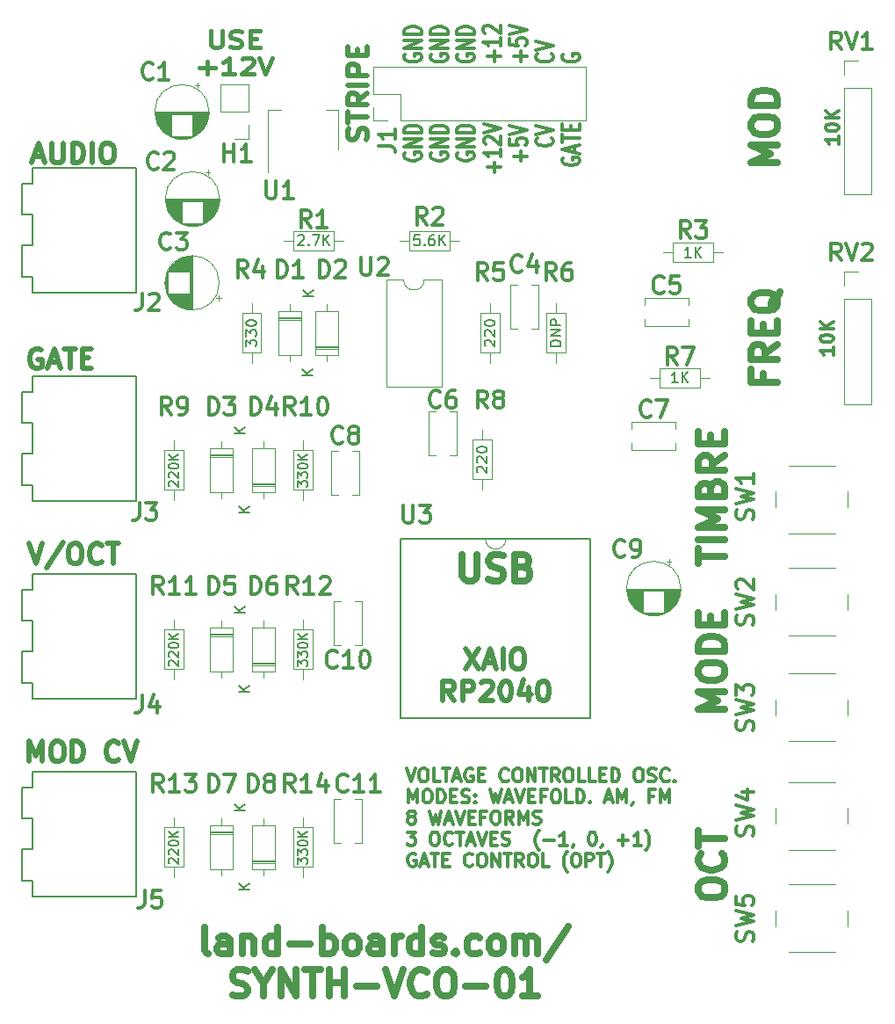
<source format=gto>
%TF.GenerationSoftware,KiCad,Pcbnew,(6.0.1)*%
%TF.CreationDate,2022-09-22T07:34:11-04:00*%
%TF.ProjectId,SYNTH-VCO-01,53594e54-482d-4564-934f-2d30312e6b69,1*%
%TF.SameCoordinates,Original*%
%TF.FileFunction,Legend,Top*%
%TF.FilePolarity,Positive*%
%FSLAX46Y46*%
G04 Gerber Fmt 4.6, Leading zero omitted, Abs format (unit mm)*
G04 Created by KiCad (PCBNEW (6.0.1)) date 2022-09-22 07:34:11*
%MOMM*%
%LPD*%
G01*
G04 APERTURE LIST*
%ADD10C,0.469900*%
%ADD11C,0.317500*%
%ADD12C,0.381000*%
%ADD13C,0.476250*%
%ADD14C,0.635000*%
%ADD15C,0.349250*%
%ADD16C,0.150000*%
%ADD17C,0.120000*%
G04 APERTURE END LIST*
D10*
X88265000Y-54432200D02*
X88083571Y-54342695D01*
X87811428Y-54342695D01*
X87539285Y-54432200D01*
X87357857Y-54611209D01*
X87267142Y-54790219D01*
X87176428Y-55148238D01*
X87176428Y-55416752D01*
X87267142Y-55774771D01*
X87357857Y-55953780D01*
X87539285Y-56132790D01*
X87811428Y-56222295D01*
X87992857Y-56222295D01*
X88265000Y-56132790D01*
X88355714Y-56043285D01*
X88355714Y-55416752D01*
X87992857Y-55416752D01*
X89081428Y-55685266D02*
X89988571Y-55685266D01*
X88900000Y-56222295D02*
X89535000Y-54342695D01*
X90170000Y-56222295D01*
X90532857Y-54342695D02*
X91621428Y-54342695D01*
X91077142Y-56222295D02*
X91077142Y-54342695D01*
X92256428Y-55237742D02*
X92891428Y-55237742D01*
X93163571Y-56222295D02*
X92256428Y-56222295D01*
X92256428Y-54342695D01*
X93163571Y-54342695D01*
D11*
X138620500Y-26004005D02*
X138541880Y-26124958D01*
X138541880Y-26306386D01*
X138620500Y-26487815D01*
X138777738Y-26608767D01*
X138934976Y-26669244D01*
X139249452Y-26729720D01*
X139485309Y-26729720D01*
X139799785Y-26669244D01*
X139957023Y-26608767D01*
X140114261Y-26487815D01*
X140192880Y-26306386D01*
X140192880Y-26185434D01*
X140114261Y-26004005D01*
X140035642Y-25943529D01*
X139485309Y-25943529D01*
X139485309Y-26185434D01*
X137495642Y-25943529D02*
X137574261Y-26004005D01*
X137652880Y-26185434D01*
X137652880Y-26306386D01*
X137574261Y-26487815D01*
X137417023Y-26608767D01*
X137259785Y-26669244D01*
X136945309Y-26729720D01*
X136709452Y-26729720D01*
X136394976Y-26669244D01*
X136237738Y-26608767D01*
X136080500Y-26487815D01*
X136001880Y-26306386D01*
X136001880Y-26185434D01*
X136080500Y-26004005D01*
X136159119Y-25943529D01*
X136001880Y-25580672D02*
X137652880Y-25157339D01*
X136001880Y-24734005D01*
X134483928Y-26671244D02*
X134483928Y-25703625D01*
X135112880Y-26187434D02*
X133854976Y-26187434D01*
X133461880Y-24494101D02*
X133461880Y-25098863D01*
X134248071Y-25159339D01*
X134169452Y-25098863D01*
X134090833Y-24977910D01*
X134090833Y-24675529D01*
X134169452Y-24554577D01*
X134248071Y-24494101D01*
X134405309Y-24433625D01*
X134798404Y-24433625D01*
X134955642Y-24494101D01*
X135034261Y-24554577D01*
X135112880Y-24675529D01*
X135112880Y-24977910D01*
X135034261Y-25098863D01*
X134955642Y-25159339D01*
X133461880Y-24070767D02*
X135112880Y-23647434D01*
X133461880Y-23224101D01*
X131943928Y-26671244D02*
X131943928Y-25703625D01*
X132572880Y-26187434D02*
X131314976Y-26187434D01*
X132572880Y-24433625D02*
X132572880Y-25159339D01*
X132572880Y-24796482D02*
X130921880Y-24796482D01*
X131157738Y-24917434D01*
X131314976Y-25038386D01*
X131393595Y-25159339D01*
X131079119Y-23949815D02*
X131000500Y-23889339D01*
X130921880Y-23768386D01*
X130921880Y-23466005D01*
X131000500Y-23345053D01*
X131079119Y-23284577D01*
X131236357Y-23224101D01*
X131393595Y-23224101D01*
X131629452Y-23284577D01*
X132572880Y-24010291D01*
X132572880Y-23224101D01*
X128460500Y-26004005D02*
X128381880Y-26124958D01*
X128381880Y-26306386D01*
X128460500Y-26487815D01*
X128617738Y-26608767D01*
X128774976Y-26669244D01*
X129089452Y-26729720D01*
X129325309Y-26729720D01*
X129639785Y-26669244D01*
X129797023Y-26608767D01*
X129954261Y-26487815D01*
X130032880Y-26306386D01*
X130032880Y-26185434D01*
X129954261Y-26004005D01*
X129875642Y-25943529D01*
X129325309Y-25943529D01*
X129325309Y-26185434D01*
X130032880Y-25399244D02*
X128381880Y-25399244D01*
X130032880Y-24673529D01*
X128381880Y-24673529D01*
X130032880Y-24068767D02*
X128381880Y-24068767D01*
X128381880Y-23766386D01*
X128460500Y-23584958D01*
X128617738Y-23464005D01*
X128774976Y-23403529D01*
X129089452Y-23343053D01*
X129325309Y-23343053D01*
X129639785Y-23403529D01*
X129797023Y-23464005D01*
X129954261Y-23584958D01*
X130032880Y-23766386D01*
X130032880Y-24068767D01*
X125920500Y-26004005D02*
X125841880Y-26124958D01*
X125841880Y-26306386D01*
X125920500Y-26487815D01*
X126077738Y-26608767D01*
X126234976Y-26669244D01*
X126549452Y-26729720D01*
X126785309Y-26729720D01*
X127099785Y-26669244D01*
X127257023Y-26608767D01*
X127414261Y-26487815D01*
X127492880Y-26306386D01*
X127492880Y-26185434D01*
X127414261Y-26004005D01*
X127335642Y-25943529D01*
X126785309Y-25943529D01*
X126785309Y-26185434D01*
X127492880Y-25399244D02*
X125841880Y-25399244D01*
X127492880Y-24673529D01*
X125841880Y-24673529D01*
X127492880Y-24068767D02*
X125841880Y-24068767D01*
X125841880Y-23766386D01*
X125920500Y-23584958D01*
X126077738Y-23464005D01*
X126234976Y-23403529D01*
X126549452Y-23343053D01*
X126785309Y-23343053D01*
X127099785Y-23403529D01*
X127257023Y-23464005D01*
X127414261Y-23584958D01*
X127492880Y-23766386D01*
X127492880Y-24068767D01*
X123380500Y-26004005D02*
X123301880Y-26124958D01*
X123301880Y-26306386D01*
X123380500Y-26487815D01*
X123537738Y-26608767D01*
X123694976Y-26669244D01*
X124009452Y-26729720D01*
X124245309Y-26729720D01*
X124559785Y-26669244D01*
X124717023Y-26608767D01*
X124874261Y-26487815D01*
X124952880Y-26306386D01*
X124952880Y-26185434D01*
X124874261Y-26004005D01*
X124795642Y-25943529D01*
X124245309Y-25943529D01*
X124245309Y-26185434D01*
X124952880Y-25399244D02*
X123301880Y-25399244D01*
X124952880Y-24673529D01*
X123301880Y-24673529D01*
X124952880Y-24068767D02*
X123301880Y-24068767D01*
X123301880Y-23766386D01*
X123380500Y-23584958D01*
X123537738Y-23464005D01*
X123694976Y-23403529D01*
X124009452Y-23343053D01*
X124245309Y-23343053D01*
X124559785Y-23403529D01*
X124717023Y-23464005D01*
X124874261Y-23584958D01*
X124952880Y-23766386D01*
X124952880Y-24068767D01*
X123380500Y-35489232D02*
X123301880Y-35610184D01*
X123301880Y-35791613D01*
X123380500Y-35973041D01*
X123537738Y-36093994D01*
X123694976Y-36154470D01*
X124009452Y-36214946D01*
X124245309Y-36214946D01*
X124559785Y-36154470D01*
X124717023Y-36093994D01*
X124874261Y-35973041D01*
X124952880Y-35791613D01*
X124952880Y-35670660D01*
X124874261Y-35489232D01*
X124795642Y-35428755D01*
X124245309Y-35428755D01*
X124245309Y-35670660D01*
X124952880Y-34884470D02*
X123301880Y-34884470D01*
X124952880Y-34158755D01*
X123301880Y-34158755D01*
X124952880Y-33553994D02*
X123301880Y-33553994D01*
X123301880Y-33251613D01*
X123380500Y-33070184D01*
X123537738Y-32949232D01*
X123694976Y-32888755D01*
X124009452Y-32828279D01*
X124245309Y-32828279D01*
X124559785Y-32888755D01*
X124717023Y-32949232D01*
X124874261Y-33070184D01*
X124952880Y-33251613D01*
X124952880Y-33553994D01*
X125920500Y-35489232D02*
X125841880Y-35610184D01*
X125841880Y-35791613D01*
X125920500Y-35973041D01*
X126077738Y-36093994D01*
X126234976Y-36154470D01*
X126549452Y-36214946D01*
X126785309Y-36214946D01*
X127099785Y-36154470D01*
X127257023Y-36093994D01*
X127414261Y-35973041D01*
X127492880Y-35791613D01*
X127492880Y-35670660D01*
X127414261Y-35489232D01*
X127335642Y-35428755D01*
X126785309Y-35428755D01*
X126785309Y-35670660D01*
X127492880Y-34884470D02*
X125841880Y-34884470D01*
X127492880Y-34158755D01*
X125841880Y-34158755D01*
X127492880Y-33553994D02*
X125841880Y-33553994D01*
X125841880Y-33251613D01*
X125920500Y-33070184D01*
X126077738Y-32949232D01*
X126234976Y-32888755D01*
X126549452Y-32828279D01*
X126785309Y-32828279D01*
X127099785Y-32888755D01*
X127257023Y-32949232D01*
X127414261Y-33070184D01*
X127492880Y-33251613D01*
X127492880Y-33553994D01*
X128460500Y-35489232D02*
X128381880Y-35610184D01*
X128381880Y-35791613D01*
X128460500Y-35973041D01*
X128617738Y-36093994D01*
X128774976Y-36154470D01*
X129089452Y-36214946D01*
X129325309Y-36214946D01*
X129639785Y-36154470D01*
X129797023Y-36093994D01*
X129954261Y-35973041D01*
X130032880Y-35791613D01*
X130032880Y-35670660D01*
X129954261Y-35489232D01*
X129875642Y-35428755D01*
X129325309Y-35428755D01*
X129325309Y-35670660D01*
X130032880Y-34884470D02*
X128381880Y-34884470D01*
X130032880Y-34158755D01*
X128381880Y-34158755D01*
X130032880Y-33553994D02*
X128381880Y-33553994D01*
X128381880Y-33251613D01*
X128460500Y-33070184D01*
X128617738Y-32949232D01*
X128774976Y-32888755D01*
X129089452Y-32828279D01*
X129325309Y-32828279D01*
X129639785Y-32888755D01*
X129797023Y-32949232D01*
X129954261Y-33070184D01*
X130032880Y-33251613D01*
X130032880Y-33553994D01*
D12*
X104620785Y-23760717D02*
X104620785Y-25045836D01*
X104711500Y-25197027D01*
X104802214Y-25272622D01*
X104983642Y-25348217D01*
X105346500Y-25348217D01*
X105527928Y-25272622D01*
X105618642Y-25197027D01*
X105709357Y-25045836D01*
X105709357Y-23760717D01*
X106525785Y-25272622D02*
X106797928Y-25348217D01*
X107251500Y-25348217D01*
X107432928Y-25272622D01*
X107523642Y-25197027D01*
X107614357Y-25045836D01*
X107614357Y-24894646D01*
X107523642Y-24743455D01*
X107432928Y-24667860D01*
X107251500Y-24592265D01*
X106888642Y-24516670D01*
X106707214Y-24441074D01*
X106616500Y-24365479D01*
X106525785Y-24214289D01*
X106525785Y-24063098D01*
X106616500Y-23911908D01*
X106707214Y-23836313D01*
X106888642Y-23760717D01*
X107342214Y-23760717D01*
X107614357Y-23836313D01*
X108430785Y-24516670D02*
X109065785Y-24516670D01*
X109337928Y-25348217D02*
X108430785Y-25348217D01*
X108430785Y-23760717D01*
X109337928Y-23760717D01*
X103577571Y-27299330D02*
X105029000Y-27299330D01*
X104303285Y-27904092D02*
X104303285Y-26694568D01*
X106934000Y-27904092D02*
X105845428Y-27904092D01*
X106389714Y-27904092D02*
X106389714Y-26316592D01*
X106208285Y-26543378D01*
X106026857Y-26694568D01*
X105845428Y-26770164D01*
X107659714Y-26467783D02*
X107750428Y-26392188D01*
X107931857Y-26316592D01*
X108385428Y-26316592D01*
X108566857Y-26392188D01*
X108657571Y-26467783D01*
X108748285Y-26618973D01*
X108748285Y-26770164D01*
X108657571Y-26996949D01*
X107569000Y-27904092D01*
X108748285Y-27904092D01*
X109292571Y-26316592D02*
X109927571Y-27904092D01*
X110562571Y-26316592D01*
D11*
X138620500Y-35971994D02*
X138541880Y-36092946D01*
X138541880Y-36274375D01*
X138620500Y-36455803D01*
X138777738Y-36576755D01*
X138934976Y-36637232D01*
X139249452Y-36697708D01*
X139485309Y-36697708D01*
X139799785Y-36637232D01*
X139957023Y-36576755D01*
X140114261Y-36455803D01*
X140192880Y-36274375D01*
X140192880Y-36153422D01*
X140114261Y-35971994D01*
X140035642Y-35911517D01*
X139485309Y-35911517D01*
X139485309Y-36153422D01*
X139721166Y-35427708D02*
X139721166Y-34822946D01*
X140192880Y-35548660D02*
X138541880Y-35125327D01*
X140192880Y-34701994D01*
X138541880Y-34460089D02*
X138541880Y-33734375D01*
X140192880Y-34097232D02*
X138541880Y-34097232D01*
X139328071Y-33311041D02*
X139328071Y-32887708D01*
X140192880Y-32706279D02*
X140192880Y-33311041D01*
X138541880Y-33311041D01*
X138541880Y-32706279D01*
X137495642Y-34048851D02*
X137574261Y-34109327D01*
X137652880Y-34290755D01*
X137652880Y-34411708D01*
X137574261Y-34593136D01*
X137417023Y-34714089D01*
X137259785Y-34774565D01*
X136945309Y-34835041D01*
X136709452Y-34835041D01*
X136394976Y-34774565D01*
X136237738Y-34714089D01*
X136080500Y-34593136D01*
X136001880Y-34411708D01*
X136001880Y-34290755D01*
X136080500Y-34109327D01*
X136159119Y-34048851D01*
X136001880Y-33685994D02*
X137652880Y-33262660D01*
X136001880Y-32839327D01*
X131973928Y-37363994D02*
X131973928Y-36396375D01*
X132602880Y-36880184D02*
X131344976Y-36880184D01*
X132602880Y-35126375D02*
X132602880Y-35852089D01*
X132602880Y-35489232D02*
X130951880Y-35489232D01*
X131187738Y-35610184D01*
X131344976Y-35731136D01*
X131423595Y-35852089D01*
X131109119Y-34642565D02*
X131030500Y-34582089D01*
X130951880Y-34461136D01*
X130951880Y-34158755D01*
X131030500Y-34037803D01*
X131109119Y-33977327D01*
X131266357Y-33916851D01*
X131423595Y-33916851D01*
X131659452Y-33977327D01*
X132602880Y-34703041D01*
X132602880Y-33916851D01*
X130951880Y-33553994D02*
X132602880Y-33130660D01*
X130951880Y-32707327D01*
X134483928Y-36286470D02*
X134483928Y-35318851D01*
X135112880Y-35802660D02*
X133854976Y-35802660D01*
X133461880Y-34109327D02*
X133461880Y-34714089D01*
X134248071Y-34774565D01*
X134169452Y-34714089D01*
X134090833Y-34593136D01*
X134090833Y-34290755D01*
X134169452Y-34169803D01*
X134248071Y-34109327D01*
X134405309Y-34048851D01*
X134798404Y-34048851D01*
X134955642Y-34109327D01*
X135034261Y-34169803D01*
X135112880Y-34290755D01*
X135112880Y-34593136D01*
X135034261Y-34714089D01*
X134955642Y-34774565D01*
X133461880Y-33685994D02*
X135112880Y-33262660D01*
X133461880Y-32839327D01*
D13*
X119643071Y-34208357D02*
X119733785Y-33936214D01*
X119733785Y-33482642D01*
X119643071Y-33301214D01*
X119552357Y-33210500D01*
X119370928Y-33119785D01*
X119189500Y-33119785D01*
X119008071Y-33210500D01*
X118917357Y-33301214D01*
X118826642Y-33482642D01*
X118735928Y-33845500D01*
X118645214Y-34026928D01*
X118554500Y-34117642D01*
X118373071Y-34208357D01*
X118191642Y-34208357D01*
X118010214Y-34117642D01*
X117919500Y-34026928D01*
X117828785Y-33845500D01*
X117828785Y-33391928D01*
X117919500Y-33119785D01*
X117828785Y-32575500D02*
X117828785Y-31486928D01*
X119733785Y-32031214D02*
X117828785Y-32031214D01*
X119733785Y-29763357D02*
X118826642Y-30398357D01*
X119733785Y-30851928D02*
X117828785Y-30851928D01*
X117828785Y-30126214D01*
X117919500Y-29944785D01*
X118010214Y-29854071D01*
X118191642Y-29763357D01*
X118463785Y-29763357D01*
X118645214Y-29854071D01*
X118735928Y-29944785D01*
X118826642Y-30126214D01*
X118826642Y-30851928D01*
X119733785Y-28946928D02*
X117828785Y-28946928D01*
X119733785Y-28039785D02*
X117828785Y-28039785D01*
X117828785Y-27314071D01*
X117919500Y-27132642D01*
X118010214Y-27041928D01*
X118191642Y-26951214D01*
X118463785Y-26951214D01*
X118645214Y-27041928D01*
X118735928Y-27132642D01*
X118826642Y-27314071D01*
X118826642Y-28039785D01*
X118735928Y-26134785D02*
X118735928Y-25499785D01*
X119733785Y-25227642D02*
X119733785Y-26134785D01*
X117828785Y-26134785D01*
X117828785Y-25227642D01*
X129177142Y-83275260D02*
X130447142Y-85180260D01*
X130447142Y-83275260D02*
X129177142Y-85180260D01*
X131082142Y-84635975D02*
X131989285Y-84635975D01*
X130900714Y-85180260D02*
X131535714Y-83275260D01*
X132170714Y-85180260D01*
X132805714Y-85180260D02*
X132805714Y-83275260D01*
X134075714Y-83275260D02*
X134438571Y-83275260D01*
X134620000Y-83365975D01*
X134801428Y-83547403D01*
X134892142Y-83910260D01*
X134892142Y-84545260D01*
X134801428Y-84908117D01*
X134620000Y-85089546D01*
X134438571Y-85180260D01*
X134075714Y-85180260D01*
X133894285Y-85089546D01*
X133712857Y-84908117D01*
X133622142Y-84545260D01*
X133622142Y-83910260D01*
X133712857Y-83547403D01*
X133894285Y-83365975D01*
X134075714Y-83275260D01*
X128088571Y-88247310D02*
X127453571Y-87340167D01*
X127000000Y-88247310D02*
X127000000Y-86342310D01*
X127725714Y-86342310D01*
X127907142Y-86433025D01*
X127997857Y-86523739D01*
X128088571Y-86705167D01*
X128088571Y-86977310D01*
X127997857Y-87158739D01*
X127907142Y-87249453D01*
X127725714Y-87340167D01*
X127000000Y-87340167D01*
X128905000Y-88247310D02*
X128905000Y-86342310D01*
X129630714Y-86342310D01*
X129812142Y-86433025D01*
X129902857Y-86523739D01*
X129993571Y-86705167D01*
X129993571Y-86977310D01*
X129902857Y-87158739D01*
X129812142Y-87249453D01*
X129630714Y-87340167D01*
X128905000Y-87340167D01*
X130719285Y-86523739D02*
X130810000Y-86433025D01*
X130991428Y-86342310D01*
X131445000Y-86342310D01*
X131626428Y-86433025D01*
X131717142Y-86523739D01*
X131807857Y-86705167D01*
X131807857Y-86886596D01*
X131717142Y-87158739D01*
X130628571Y-88247310D01*
X131807857Y-88247310D01*
X132987142Y-86342310D02*
X133168571Y-86342310D01*
X133350000Y-86433025D01*
X133440714Y-86523739D01*
X133531428Y-86705167D01*
X133622142Y-87068025D01*
X133622142Y-87521596D01*
X133531428Y-87884453D01*
X133440714Y-88065882D01*
X133350000Y-88156596D01*
X133168571Y-88247310D01*
X132987142Y-88247310D01*
X132805714Y-88156596D01*
X132715000Y-88065882D01*
X132624285Y-87884453D01*
X132533571Y-87521596D01*
X132533571Y-87068025D01*
X132624285Y-86705167D01*
X132715000Y-86523739D01*
X132805714Y-86433025D01*
X132987142Y-86342310D01*
X135255000Y-86977310D02*
X135255000Y-88247310D01*
X134801428Y-86251596D02*
X134347857Y-87612310D01*
X135527142Y-87612310D01*
X136615714Y-86342310D02*
X136797142Y-86342310D01*
X136978571Y-86433025D01*
X137069285Y-86523739D01*
X137160000Y-86705167D01*
X137250714Y-87068025D01*
X137250714Y-87521596D01*
X137160000Y-87884453D01*
X137069285Y-88065882D01*
X136978571Y-88156596D01*
X136797142Y-88247310D01*
X136615714Y-88247310D01*
X136434285Y-88156596D01*
X136343571Y-88065882D01*
X136252857Y-87884453D01*
X136162142Y-87521596D01*
X136162142Y-87068025D01*
X136252857Y-86705167D01*
X136343571Y-86523739D01*
X136434285Y-86433025D01*
X136615714Y-86342310D01*
D14*
X159264047Y-36467142D02*
X156724047Y-36467142D01*
X158538333Y-35620476D01*
X156724047Y-34773809D01*
X159264047Y-34773809D01*
X156724047Y-33080476D02*
X156724047Y-32596666D01*
X156845000Y-32354761D01*
X157086904Y-32112857D01*
X157570714Y-31991904D01*
X158417380Y-31991904D01*
X158901190Y-32112857D01*
X159143095Y-32354761D01*
X159264047Y-32596666D01*
X159264047Y-33080476D01*
X159143095Y-33322380D01*
X158901190Y-33564285D01*
X158417380Y-33685238D01*
X157570714Y-33685238D01*
X157086904Y-33564285D01*
X156845000Y-33322380D01*
X156724047Y-33080476D01*
X159264047Y-30903333D02*
X156724047Y-30903333D01*
X156724047Y-30298571D01*
X156845000Y-29935714D01*
X157086904Y-29693809D01*
X157328809Y-29572857D01*
X157812619Y-29451904D01*
X158175476Y-29451904D01*
X158659285Y-29572857D01*
X158901190Y-29693809D01*
X159143095Y-29935714D01*
X159264047Y-30298571D01*
X159264047Y-30903333D01*
D10*
X87584642Y-35873266D02*
X88491785Y-35873266D01*
X87403214Y-36410295D02*
X88038214Y-34530695D01*
X88673214Y-36410295D01*
X89308214Y-34530695D02*
X89308214Y-36052276D01*
X89398928Y-36231285D01*
X89489642Y-36320790D01*
X89671071Y-36410295D01*
X90033928Y-36410295D01*
X90215357Y-36320790D01*
X90306071Y-36231285D01*
X90396785Y-36052276D01*
X90396785Y-34530695D01*
X91303928Y-36410295D02*
X91303928Y-34530695D01*
X91757500Y-34530695D01*
X92029642Y-34620200D01*
X92211071Y-34799209D01*
X92301785Y-34978219D01*
X92392500Y-35336238D01*
X92392500Y-35604752D01*
X92301785Y-35962771D01*
X92211071Y-36141780D01*
X92029642Y-36320790D01*
X91757500Y-36410295D01*
X91303928Y-36410295D01*
X93208928Y-36410295D02*
X93208928Y-34530695D01*
X94478928Y-34530695D02*
X94841785Y-34530695D01*
X95023214Y-34620200D01*
X95204642Y-34799209D01*
X95295357Y-35157228D01*
X95295357Y-35783761D01*
X95204642Y-36141780D01*
X95023214Y-36320790D01*
X94841785Y-36410295D01*
X94478928Y-36410295D01*
X94297500Y-36320790D01*
X94116071Y-36141780D01*
X94025357Y-35783761D01*
X94025357Y-35157228D01*
X94116071Y-34799209D01*
X94297500Y-34620200D01*
X94478928Y-34530695D01*
D14*
X151644047Y-106619523D02*
X151644047Y-106135714D01*
X151765000Y-105893809D01*
X152006904Y-105651904D01*
X152490714Y-105530952D01*
X153337380Y-105530952D01*
X153821190Y-105651904D01*
X154063095Y-105893809D01*
X154184047Y-106135714D01*
X154184047Y-106619523D01*
X154063095Y-106861428D01*
X153821190Y-107103333D01*
X153337380Y-107224285D01*
X152490714Y-107224285D01*
X152006904Y-107103333D01*
X151765000Y-106861428D01*
X151644047Y-106619523D01*
X153942142Y-102990952D02*
X154063095Y-103111904D01*
X154184047Y-103474761D01*
X154184047Y-103716666D01*
X154063095Y-104079523D01*
X153821190Y-104321428D01*
X153579285Y-104442380D01*
X153095476Y-104563333D01*
X152732619Y-104563333D01*
X152248809Y-104442380D01*
X152006904Y-104321428D01*
X151765000Y-104079523D01*
X151644047Y-103716666D01*
X151644047Y-103474761D01*
X151765000Y-103111904D01*
X151885952Y-102990952D01*
X151644047Y-102265238D02*
X151644047Y-100813809D01*
X154184047Y-101539523D02*
X151644047Y-101539523D01*
X104418190Y-112642347D02*
X104176285Y-112521395D01*
X104055333Y-112279490D01*
X104055333Y-110102347D01*
X106474380Y-112642347D02*
X106474380Y-111311871D01*
X106353428Y-111069966D01*
X106111523Y-110949014D01*
X105627714Y-110949014D01*
X105385809Y-111069966D01*
X106474380Y-112521395D02*
X106232476Y-112642347D01*
X105627714Y-112642347D01*
X105385809Y-112521395D01*
X105264857Y-112279490D01*
X105264857Y-112037585D01*
X105385809Y-111795680D01*
X105627714Y-111674728D01*
X106232476Y-111674728D01*
X106474380Y-111553776D01*
X107683904Y-110949014D02*
X107683904Y-112642347D01*
X107683904Y-111190919D02*
X107804857Y-111069966D01*
X108046761Y-110949014D01*
X108409619Y-110949014D01*
X108651523Y-111069966D01*
X108772476Y-111311871D01*
X108772476Y-112642347D01*
X111070571Y-112642347D02*
X111070571Y-110102347D01*
X111070571Y-112521395D02*
X110828666Y-112642347D01*
X110344857Y-112642347D01*
X110102952Y-112521395D01*
X109982000Y-112400442D01*
X109861047Y-112158538D01*
X109861047Y-111432823D01*
X109982000Y-111190919D01*
X110102952Y-111069966D01*
X110344857Y-110949014D01*
X110828666Y-110949014D01*
X111070571Y-111069966D01*
X112280095Y-111674728D02*
X114215333Y-111674728D01*
X115424857Y-112642347D02*
X115424857Y-110102347D01*
X115424857Y-111069966D02*
X115666761Y-110949014D01*
X116150571Y-110949014D01*
X116392476Y-111069966D01*
X116513428Y-111190919D01*
X116634380Y-111432823D01*
X116634380Y-112158538D01*
X116513428Y-112400442D01*
X116392476Y-112521395D01*
X116150571Y-112642347D01*
X115666761Y-112642347D01*
X115424857Y-112521395D01*
X118085809Y-112642347D02*
X117843904Y-112521395D01*
X117722952Y-112400442D01*
X117602000Y-112158538D01*
X117602000Y-111432823D01*
X117722952Y-111190919D01*
X117843904Y-111069966D01*
X118085809Y-110949014D01*
X118448666Y-110949014D01*
X118690571Y-111069966D01*
X118811523Y-111190919D01*
X118932476Y-111432823D01*
X118932476Y-112158538D01*
X118811523Y-112400442D01*
X118690571Y-112521395D01*
X118448666Y-112642347D01*
X118085809Y-112642347D01*
X121109619Y-112642347D02*
X121109619Y-111311871D01*
X120988666Y-111069966D01*
X120746761Y-110949014D01*
X120262952Y-110949014D01*
X120021047Y-111069966D01*
X121109619Y-112521395D02*
X120867714Y-112642347D01*
X120262952Y-112642347D01*
X120021047Y-112521395D01*
X119900095Y-112279490D01*
X119900095Y-112037585D01*
X120021047Y-111795680D01*
X120262952Y-111674728D01*
X120867714Y-111674728D01*
X121109619Y-111553776D01*
X122319142Y-112642347D02*
X122319142Y-110949014D01*
X122319142Y-111432823D02*
X122440095Y-111190919D01*
X122561047Y-111069966D01*
X122802952Y-110949014D01*
X123044857Y-110949014D01*
X124980095Y-112642347D02*
X124980095Y-110102347D01*
X124980095Y-112521395D02*
X124738190Y-112642347D01*
X124254380Y-112642347D01*
X124012476Y-112521395D01*
X123891523Y-112400442D01*
X123770571Y-112158538D01*
X123770571Y-111432823D01*
X123891523Y-111190919D01*
X124012476Y-111069966D01*
X124254380Y-110949014D01*
X124738190Y-110949014D01*
X124980095Y-111069966D01*
X126068666Y-112521395D02*
X126310571Y-112642347D01*
X126794380Y-112642347D01*
X127036285Y-112521395D01*
X127157238Y-112279490D01*
X127157238Y-112158538D01*
X127036285Y-111916633D01*
X126794380Y-111795680D01*
X126431523Y-111795680D01*
X126189619Y-111674728D01*
X126068666Y-111432823D01*
X126068666Y-111311871D01*
X126189619Y-111069966D01*
X126431523Y-110949014D01*
X126794380Y-110949014D01*
X127036285Y-111069966D01*
X128245809Y-112400442D02*
X128366761Y-112521395D01*
X128245809Y-112642347D01*
X128124857Y-112521395D01*
X128245809Y-112400442D01*
X128245809Y-112642347D01*
X130543904Y-112521395D02*
X130302000Y-112642347D01*
X129818190Y-112642347D01*
X129576285Y-112521395D01*
X129455333Y-112400442D01*
X129334380Y-112158538D01*
X129334380Y-111432823D01*
X129455333Y-111190919D01*
X129576285Y-111069966D01*
X129818190Y-110949014D01*
X130302000Y-110949014D01*
X130543904Y-111069966D01*
X131995333Y-112642347D02*
X131753428Y-112521395D01*
X131632476Y-112400442D01*
X131511523Y-112158538D01*
X131511523Y-111432823D01*
X131632476Y-111190919D01*
X131753428Y-111069966D01*
X131995333Y-110949014D01*
X132358190Y-110949014D01*
X132600095Y-111069966D01*
X132721047Y-111190919D01*
X132842000Y-111432823D01*
X132842000Y-112158538D01*
X132721047Y-112400442D01*
X132600095Y-112521395D01*
X132358190Y-112642347D01*
X131995333Y-112642347D01*
X133930571Y-112642347D02*
X133930571Y-110949014D01*
X133930571Y-111190919D02*
X134051523Y-111069966D01*
X134293428Y-110949014D01*
X134656285Y-110949014D01*
X134898190Y-111069966D01*
X135019142Y-111311871D01*
X135019142Y-112642347D01*
X135019142Y-111311871D02*
X135140095Y-111069966D01*
X135382000Y-110949014D01*
X135744857Y-110949014D01*
X135986761Y-111069966D01*
X136107714Y-111311871D01*
X136107714Y-112642347D01*
X139131523Y-109981395D02*
X136954380Y-113247109D01*
X106716285Y-116610795D02*
X107079142Y-116731747D01*
X107683904Y-116731747D01*
X107925809Y-116610795D01*
X108046761Y-116489842D01*
X108167714Y-116247938D01*
X108167714Y-116006033D01*
X108046761Y-115764128D01*
X107925809Y-115643176D01*
X107683904Y-115522223D01*
X107200095Y-115401271D01*
X106958190Y-115280319D01*
X106837238Y-115159366D01*
X106716285Y-114917461D01*
X106716285Y-114675557D01*
X106837238Y-114433652D01*
X106958190Y-114312700D01*
X107200095Y-114191747D01*
X107804857Y-114191747D01*
X108167714Y-114312700D01*
X109740095Y-115522223D02*
X109740095Y-116731747D01*
X108893428Y-114191747D02*
X109740095Y-115522223D01*
X110586761Y-114191747D01*
X111433428Y-116731747D02*
X111433428Y-114191747D01*
X112884857Y-116731747D01*
X112884857Y-114191747D01*
X113731523Y-114191747D02*
X115182952Y-114191747D01*
X114457238Y-116731747D02*
X114457238Y-114191747D01*
X116029619Y-116731747D02*
X116029619Y-114191747D01*
X116029619Y-115401271D02*
X117481047Y-115401271D01*
X117481047Y-116731747D02*
X117481047Y-114191747D01*
X118690571Y-115764128D02*
X120625809Y-115764128D01*
X121472476Y-114191747D02*
X122319142Y-116731747D01*
X123165809Y-114191747D01*
X125463904Y-116489842D02*
X125342952Y-116610795D01*
X124980095Y-116731747D01*
X124738190Y-116731747D01*
X124375333Y-116610795D01*
X124133428Y-116368890D01*
X124012476Y-116126985D01*
X123891523Y-115643176D01*
X123891523Y-115280319D01*
X124012476Y-114796509D01*
X124133428Y-114554604D01*
X124375333Y-114312700D01*
X124738190Y-114191747D01*
X124980095Y-114191747D01*
X125342952Y-114312700D01*
X125463904Y-114433652D01*
X127036285Y-114191747D02*
X127520095Y-114191747D01*
X127762000Y-114312700D01*
X128003904Y-114554604D01*
X128124857Y-115038414D01*
X128124857Y-115885080D01*
X128003904Y-116368890D01*
X127762000Y-116610795D01*
X127520095Y-116731747D01*
X127036285Y-116731747D01*
X126794380Y-116610795D01*
X126552476Y-116368890D01*
X126431523Y-115885080D01*
X126431523Y-115038414D01*
X126552476Y-114554604D01*
X126794380Y-114312700D01*
X127036285Y-114191747D01*
X129213428Y-115764128D02*
X131148666Y-115764128D01*
X132842000Y-114191747D02*
X133083904Y-114191747D01*
X133325809Y-114312700D01*
X133446761Y-114433652D01*
X133567714Y-114675557D01*
X133688666Y-115159366D01*
X133688666Y-115764128D01*
X133567714Y-116247938D01*
X133446761Y-116489842D01*
X133325809Y-116610795D01*
X133083904Y-116731747D01*
X132842000Y-116731747D01*
X132600095Y-116610795D01*
X132479142Y-116489842D01*
X132358190Y-116247938D01*
X132237238Y-115764128D01*
X132237238Y-115159366D01*
X132358190Y-114675557D01*
X132479142Y-114433652D01*
X132600095Y-114312700D01*
X132842000Y-114191747D01*
X136107714Y-116731747D02*
X134656285Y-116731747D01*
X135382000Y-116731747D02*
X135382000Y-114191747D01*
X135140095Y-114554604D01*
X134898190Y-114796509D01*
X134656285Y-114917461D01*
D13*
X87131071Y-73124785D02*
X87766071Y-75029785D01*
X88401071Y-73124785D01*
X90396785Y-73034071D02*
X88763928Y-75483357D01*
X91394642Y-73124785D02*
X91757500Y-73124785D01*
X91938928Y-73215500D01*
X92120357Y-73396928D01*
X92211071Y-73759785D01*
X92211071Y-74394785D01*
X92120357Y-74757642D01*
X91938928Y-74939071D01*
X91757500Y-75029785D01*
X91394642Y-75029785D01*
X91213214Y-74939071D01*
X91031785Y-74757642D01*
X90941071Y-74394785D01*
X90941071Y-73759785D01*
X91031785Y-73396928D01*
X91213214Y-73215500D01*
X91394642Y-73124785D01*
X94116071Y-74848357D02*
X94025357Y-74939071D01*
X93753214Y-75029785D01*
X93571785Y-75029785D01*
X93299642Y-74939071D01*
X93118214Y-74757642D01*
X93027500Y-74576214D01*
X92936785Y-74213357D01*
X92936785Y-73941214D01*
X93027500Y-73578357D01*
X93118214Y-73396928D01*
X93299642Y-73215500D01*
X93571785Y-73124785D01*
X93753214Y-73124785D01*
X94025357Y-73215500D01*
X94116071Y-73306214D01*
X94660357Y-73124785D02*
X95748928Y-73124785D01*
X95204642Y-75029785D02*
X95204642Y-73124785D01*
D14*
X151644047Y-75050952D02*
X151644047Y-73599523D01*
X154184047Y-74325238D02*
X151644047Y-74325238D01*
X154184047Y-72752857D02*
X151644047Y-72752857D01*
X154184047Y-71543333D02*
X151644047Y-71543333D01*
X153458333Y-70696666D01*
X151644047Y-69850000D01*
X154184047Y-69850000D01*
X152853571Y-67793809D02*
X152974523Y-67430952D01*
X153095476Y-67310000D01*
X153337380Y-67189047D01*
X153700238Y-67189047D01*
X153942142Y-67310000D01*
X154063095Y-67430952D01*
X154184047Y-67672857D01*
X154184047Y-68640476D01*
X151644047Y-68640476D01*
X151644047Y-67793809D01*
X151765000Y-67551904D01*
X151885952Y-67430952D01*
X152127857Y-67310000D01*
X152369761Y-67310000D01*
X152611666Y-67430952D01*
X152732619Y-67551904D01*
X152853571Y-67793809D01*
X152853571Y-68640476D01*
X154184047Y-64649047D02*
X152974523Y-65495714D01*
X154184047Y-66100476D02*
X151644047Y-66100476D01*
X151644047Y-65132857D01*
X151765000Y-64890952D01*
X151885952Y-64770000D01*
X152127857Y-64649047D01*
X152490714Y-64649047D01*
X152732619Y-64770000D01*
X152853571Y-64890952D01*
X152974523Y-65132857D01*
X152974523Y-66100476D01*
X152853571Y-63560476D02*
X152853571Y-62713809D01*
X154184047Y-62350952D02*
X154184047Y-63560476D01*
X151644047Y-63560476D01*
X151644047Y-62350952D01*
D13*
X87122000Y-94079785D02*
X87122000Y-92174785D01*
X87757000Y-93535500D01*
X88392000Y-92174785D01*
X88392000Y-94079785D01*
X89662000Y-92174785D02*
X90024857Y-92174785D01*
X90206285Y-92265500D01*
X90387714Y-92446928D01*
X90478428Y-92809785D01*
X90478428Y-93444785D01*
X90387714Y-93807642D01*
X90206285Y-93989071D01*
X90024857Y-94079785D01*
X89662000Y-94079785D01*
X89480571Y-93989071D01*
X89299142Y-93807642D01*
X89208428Y-93444785D01*
X89208428Y-92809785D01*
X89299142Y-92446928D01*
X89480571Y-92265500D01*
X89662000Y-92174785D01*
X91294857Y-94079785D02*
X91294857Y-92174785D01*
X91748428Y-92174785D01*
X92020571Y-92265500D01*
X92202000Y-92446928D01*
X92292714Y-92628357D01*
X92383428Y-92991214D01*
X92383428Y-93263357D01*
X92292714Y-93626214D01*
X92202000Y-93807642D01*
X92020571Y-93989071D01*
X91748428Y-94079785D01*
X91294857Y-94079785D01*
X95739857Y-93898357D02*
X95649142Y-93989071D01*
X95377000Y-94079785D01*
X95195571Y-94079785D01*
X94923428Y-93989071D01*
X94742000Y-93807642D01*
X94651285Y-93626214D01*
X94560571Y-93263357D01*
X94560571Y-92991214D01*
X94651285Y-92628357D01*
X94742000Y-92446928D01*
X94923428Y-92265500D01*
X95195571Y-92174785D01*
X95377000Y-92174785D01*
X95649142Y-92265500D01*
X95739857Y-92356214D01*
X96284142Y-92174785D02*
X96919142Y-94079785D01*
X97554142Y-92174785D01*
D14*
X128874761Y-74174047D02*
X128874761Y-76230238D01*
X128995714Y-76472142D01*
X129116666Y-76593095D01*
X129358571Y-76714047D01*
X129842380Y-76714047D01*
X130084285Y-76593095D01*
X130205238Y-76472142D01*
X130326190Y-76230238D01*
X130326190Y-74174047D01*
X131414761Y-76593095D02*
X131777619Y-76714047D01*
X132382380Y-76714047D01*
X132624285Y-76593095D01*
X132745238Y-76472142D01*
X132866190Y-76230238D01*
X132866190Y-75988333D01*
X132745238Y-75746428D01*
X132624285Y-75625476D01*
X132382380Y-75504523D01*
X131898571Y-75383571D01*
X131656666Y-75262619D01*
X131535714Y-75141666D01*
X131414761Y-74899761D01*
X131414761Y-74657857D01*
X131535714Y-74415952D01*
X131656666Y-74295000D01*
X131898571Y-74174047D01*
X132503333Y-74174047D01*
X132866190Y-74295000D01*
X134801428Y-75383571D02*
X135164285Y-75504523D01*
X135285238Y-75625476D01*
X135406190Y-75867380D01*
X135406190Y-76230238D01*
X135285238Y-76472142D01*
X135164285Y-76593095D01*
X134922380Y-76714047D01*
X133954761Y-76714047D01*
X133954761Y-74174047D01*
X134801428Y-74174047D01*
X135043333Y-74295000D01*
X135164285Y-74415952D01*
X135285238Y-74657857D01*
X135285238Y-74899761D01*
X135164285Y-75141666D01*
X135043333Y-75262619D01*
X134801428Y-75383571D01*
X133954761Y-75383571D01*
X157933571Y-56726666D02*
X157933571Y-57573333D01*
X159264047Y-57573333D02*
X156724047Y-57573333D01*
X156724047Y-56363809D01*
X159264047Y-53944761D02*
X158054523Y-54791428D01*
X159264047Y-55396190D02*
X156724047Y-55396190D01*
X156724047Y-54428571D01*
X156845000Y-54186666D01*
X156965952Y-54065714D01*
X157207857Y-53944761D01*
X157570714Y-53944761D01*
X157812619Y-54065714D01*
X157933571Y-54186666D01*
X158054523Y-54428571D01*
X158054523Y-55396190D01*
X157933571Y-52856190D02*
X157933571Y-52009523D01*
X159264047Y-51646666D02*
X159264047Y-52856190D01*
X156724047Y-52856190D01*
X156724047Y-51646666D01*
X159505952Y-48864761D02*
X159385000Y-49106666D01*
X159143095Y-49348571D01*
X158780238Y-49711428D01*
X158659285Y-49953333D01*
X158659285Y-50195238D01*
X159264047Y-50074285D02*
X159143095Y-50316190D01*
X158901190Y-50558095D01*
X158417380Y-50679047D01*
X157570714Y-50679047D01*
X157086904Y-50558095D01*
X156845000Y-50316190D01*
X156724047Y-50074285D01*
X156724047Y-49590476D01*
X156845000Y-49348571D01*
X157086904Y-49106666D01*
X157570714Y-48985714D01*
X158417380Y-48985714D01*
X158901190Y-49106666D01*
X159143095Y-49348571D01*
X159264047Y-49590476D01*
X159264047Y-50074285D01*
X154184047Y-89051190D02*
X151644047Y-89051190D01*
X153458333Y-88204523D01*
X151644047Y-87357857D01*
X154184047Y-87357857D01*
X151644047Y-85664523D02*
X151644047Y-85180714D01*
X151765000Y-84938809D01*
X152006904Y-84696904D01*
X152490714Y-84575952D01*
X153337380Y-84575952D01*
X153821190Y-84696904D01*
X154063095Y-84938809D01*
X154184047Y-85180714D01*
X154184047Y-85664523D01*
X154063095Y-85906428D01*
X153821190Y-86148333D01*
X153337380Y-86269285D01*
X152490714Y-86269285D01*
X152006904Y-86148333D01*
X151765000Y-85906428D01*
X151644047Y-85664523D01*
X154184047Y-83487380D02*
X151644047Y-83487380D01*
X151644047Y-82882619D01*
X151765000Y-82519761D01*
X152006904Y-82277857D01*
X152248809Y-82156904D01*
X152732619Y-82035952D01*
X153095476Y-82035952D01*
X153579285Y-82156904D01*
X153821190Y-82277857D01*
X154063095Y-82519761D01*
X154184047Y-82882619D01*
X154184047Y-83487380D01*
X152853571Y-80947380D02*
X152853571Y-80100714D01*
X154184047Y-79737857D02*
X154184047Y-80947380D01*
X151644047Y-80947380D01*
X151644047Y-79737857D01*
D11*
X123517327Y-94783123D02*
X123940660Y-96053123D01*
X124363994Y-94783123D01*
X125029232Y-94783123D02*
X125271136Y-94783123D01*
X125392089Y-94843600D01*
X125513041Y-94964552D01*
X125573517Y-95206457D01*
X125573517Y-95629790D01*
X125513041Y-95871695D01*
X125392089Y-95992647D01*
X125271136Y-96053123D01*
X125029232Y-96053123D01*
X124908279Y-95992647D01*
X124787327Y-95871695D01*
X124726851Y-95629790D01*
X124726851Y-95206457D01*
X124787327Y-94964552D01*
X124908279Y-94843600D01*
X125029232Y-94783123D01*
X126722565Y-96053123D02*
X126117803Y-96053123D01*
X126117803Y-94783123D01*
X126964470Y-94783123D02*
X127690184Y-94783123D01*
X127327327Y-96053123D02*
X127327327Y-94783123D01*
X128053041Y-95690266D02*
X128657803Y-95690266D01*
X127932089Y-96053123D02*
X128355422Y-94783123D01*
X128778755Y-96053123D01*
X129867327Y-94843600D02*
X129746375Y-94783123D01*
X129564946Y-94783123D01*
X129383517Y-94843600D01*
X129262565Y-94964552D01*
X129202089Y-95085504D01*
X129141613Y-95327409D01*
X129141613Y-95508838D01*
X129202089Y-95750742D01*
X129262565Y-95871695D01*
X129383517Y-95992647D01*
X129564946Y-96053123D01*
X129685898Y-96053123D01*
X129867327Y-95992647D01*
X129927803Y-95932171D01*
X129927803Y-95508838D01*
X129685898Y-95508838D01*
X130472089Y-95387885D02*
X130895422Y-95387885D01*
X131076851Y-96053123D02*
X130472089Y-96053123D01*
X130472089Y-94783123D01*
X131076851Y-94783123D01*
X133314470Y-95932171D02*
X133253994Y-95992647D01*
X133072565Y-96053123D01*
X132951613Y-96053123D01*
X132770184Y-95992647D01*
X132649232Y-95871695D01*
X132588755Y-95750742D01*
X132528279Y-95508838D01*
X132528279Y-95327409D01*
X132588755Y-95085504D01*
X132649232Y-94964552D01*
X132770184Y-94843600D01*
X132951613Y-94783123D01*
X133072565Y-94783123D01*
X133253994Y-94843600D01*
X133314470Y-94904076D01*
X134100660Y-94783123D02*
X134342565Y-94783123D01*
X134463517Y-94843600D01*
X134584470Y-94964552D01*
X134644946Y-95206457D01*
X134644946Y-95629790D01*
X134584470Y-95871695D01*
X134463517Y-95992647D01*
X134342565Y-96053123D01*
X134100660Y-96053123D01*
X133979708Y-95992647D01*
X133858755Y-95871695D01*
X133798279Y-95629790D01*
X133798279Y-95206457D01*
X133858755Y-94964552D01*
X133979708Y-94843600D01*
X134100660Y-94783123D01*
X135189232Y-96053123D02*
X135189232Y-94783123D01*
X135914946Y-96053123D01*
X135914946Y-94783123D01*
X136338279Y-94783123D02*
X137063994Y-94783123D01*
X136701136Y-96053123D02*
X136701136Y-94783123D01*
X138213041Y-96053123D02*
X137789708Y-95448361D01*
X137487327Y-96053123D02*
X137487327Y-94783123D01*
X137971136Y-94783123D01*
X138092089Y-94843600D01*
X138152565Y-94904076D01*
X138213041Y-95025028D01*
X138213041Y-95206457D01*
X138152565Y-95327409D01*
X138092089Y-95387885D01*
X137971136Y-95448361D01*
X137487327Y-95448361D01*
X138999232Y-94783123D02*
X139241136Y-94783123D01*
X139362089Y-94843600D01*
X139483041Y-94964552D01*
X139543517Y-95206457D01*
X139543517Y-95629790D01*
X139483041Y-95871695D01*
X139362089Y-95992647D01*
X139241136Y-96053123D01*
X138999232Y-96053123D01*
X138878279Y-95992647D01*
X138757327Y-95871695D01*
X138696851Y-95629790D01*
X138696851Y-95206457D01*
X138757327Y-94964552D01*
X138878279Y-94843600D01*
X138999232Y-94783123D01*
X140692565Y-96053123D02*
X140087803Y-96053123D01*
X140087803Y-94783123D01*
X141720660Y-96053123D02*
X141115898Y-96053123D01*
X141115898Y-94783123D01*
X142143994Y-95387885D02*
X142567327Y-95387885D01*
X142748755Y-96053123D02*
X142143994Y-96053123D01*
X142143994Y-94783123D01*
X142748755Y-94783123D01*
X143293041Y-96053123D02*
X143293041Y-94783123D01*
X143595422Y-94783123D01*
X143776851Y-94843600D01*
X143897803Y-94964552D01*
X143958279Y-95085504D01*
X144018755Y-95327409D01*
X144018755Y-95508838D01*
X143958279Y-95750742D01*
X143897803Y-95871695D01*
X143776851Y-95992647D01*
X143595422Y-96053123D01*
X143293041Y-96053123D01*
X145772565Y-94783123D02*
X146014470Y-94783123D01*
X146135422Y-94843600D01*
X146256375Y-94964552D01*
X146316851Y-95206457D01*
X146316851Y-95629790D01*
X146256375Y-95871695D01*
X146135422Y-95992647D01*
X146014470Y-96053123D01*
X145772565Y-96053123D01*
X145651613Y-95992647D01*
X145530660Y-95871695D01*
X145470184Y-95629790D01*
X145470184Y-95206457D01*
X145530660Y-94964552D01*
X145651613Y-94843600D01*
X145772565Y-94783123D01*
X146800660Y-95992647D02*
X146982089Y-96053123D01*
X147284470Y-96053123D01*
X147405422Y-95992647D01*
X147465898Y-95932171D01*
X147526375Y-95811219D01*
X147526375Y-95690266D01*
X147465898Y-95569314D01*
X147405422Y-95508838D01*
X147284470Y-95448361D01*
X147042565Y-95387885D01*
X146921613Y-95327409D01*
X146861136Y-95266933D01*
X146800660Y-95145980D01*
X146800660Y-95025028D01*
X146861136Y-94904076D01*
X146921613Y-94843600D01*
X147042565Y-94783123D01*
X147344946Y-94783123D01*
X147526375Y-94843600D01*
X148796375Y-95932171D02*
X148735898Y-95992647D01*
X148554470Y-96053123D01*
X148433517Y-96053123D01*
X148252089Y-95992647D01*
X148131136Y-95871695D01*
X148070660Y-95750742D01*
X148010184Y-95508838D01*
X148010184Y-95327409D01*
X148070660Y-95085504D01*
X148131136Y-94964552D01*
X148252089Y-94843600D01*
X148433517Y-94783123D01*
X148554470Y-94783123D01*
X148735898Y-94843600D01*
X148796375Y-94904076D01*
X149340660Y-95932171D02*
X149401136Y-95992647D01*
X149340660Y-96053123D01*
X149280184Y-95992647D01*
X149340660Y-95932171D01*
X149340660Y-96053123D01*
X123698755Y-98097823D02*
X123698755Y-96827823D01*
X124122089Y-97734966D01*
X124545422Y-96827823D01*
X124545422Y-98097823D01*
X125392089Y-96827823D02*
X125633994Y-96827823D01*
X125754946Y-96888300D01*
X125875898Y-97009252D01*
X125936375Y-97251157D01*
X125936375Y-97674490D01*
X125875898Y-97916395D01*
X125754946Y-98037347D01*
X125633994Y-98097823D01*
X125392089Y-98097823D01*
X125271136Y-98037347D01*
X125150184Y-97916395D01*
X125089708Y-97674490D01*
X125089708Y-97251157D01*
X125150184Y-97009252D01*
X125271136Y-96888300D01*
X125392089Y-96827823D01*
X126480660Y-98097823D02*
X126480660Y-96827823D01*
X126783041Y-96827823D01*
X126964470Y-96888300D01*
X127085422Y-97009252D01*
X127145898Y-97130204D01*
X127206375Y-97372109D01*
X127206375Y-97553538D01*
X127145898Y-97795442D01*
X127085422Y-97916395D01*
X126964470Y-98037347D01*
X126783041Y-98097823D01*
X126480660Y-98097823D01*
X127750660Y-97432585D02*
X128173994Y-97432585D01*
X128355422Y-98097823D02*
X127750660Y-98097823D01*
X127750660Y-96827823D01*
X128355422Y-96827823D01*
X128839232Y-98037347D02*
X129020660Y-98097823D01*
X129323041Y-98097823D01*
X129443994Y-98037347D01*
X129504470Y-97976871D01*
X129564946Y-97855919D01*
X129564946Y-97734966D01*
X129504470Y-97614014D01*
X129443994Y-97553538D01*
X129323041Y-97493061D01*
X129081136Y-97432585D01*
X128960184Y-97372109D01*
X128899708Y-97311633D01*
X128839232Y-97190680D01*
X128839232Y-97069728D01*
X128899708Y-96948776D01*
X128960184Y-96888300D01*
X129081136Y-96827823D01*
X129383517Y-96827823D01*
X129564946Y-96888300D01*
X130109232Y-97976871D02*
X130169708Y-98037347D01*
X130109232Y-98097823D01*
X130048755Y-98037347D01*
X130109232Y-97976871D01*
X130109232Y-98097823D01*
X130109232Y-97311633D02*
X130169708Y-97372109D01*
X130109232Y-97432585D01*
X130048755Y-97372109D01*
X130109232Y-97311633D01*
X130109232Y-97432585D01*
X131560660Y-96827823D02*
X131863041Y-98097823D01*
X132104946Y-97190680D01*
X132346851Y-98097823D01*
X132649232Y-96827823D01*
X133072565Y-97734966D02*
X133677327Y-97734966D01*
X132951613Y-98097823D02*
X133374946Y-96827823D01*
X133798279Y-98097823D01*
X134040184Y-96827823D02*
X134463517Y-98097823D01*
X134886851Y-96827823D01*
X135310184Y-97432585D02*
X135733517Y-97432585D01*
X135914946Y-98097823D02*
X135310184Y-98097823D01*
X135310184Y-96827823D01*
X135914946Y-96827823D01*
X136882565Y-97432585D02*
X136459232Y-97432585D01*
X136459232Y-98097823D02*
X136459232Y-96827823D01*
X137063994Y-96827823D01*
X137789708Y-96827823D02*
X138031613Y-96827823D01*
X138152565Y-96888300D01*
X138273517Y-97009252D01*
X138333994Y-97251157D01*
X138333994Y-97674490D01*
X138273517Y-97916395D01*
X138152565Y-98037347D01*
X138031613Y-98097823D01*
X137789708Y-98097823D01*
X137668755Y-98037347D01*
X137547803Y-97916395D01*
X137487327Y-97674490D01*
X137487327Y-97251157D01*
X137547803Y-97009252D01*
X137668755Y-96888300D01*
X137789708Y-96827823D01*
X139483041Y-98097823D02*
X138878279Y-98097823D01*
X138878279Y-96827823D01*
X139906375Y-98097823D02*
X139906375Y-96827823D01*
X140208755Y-96827823D01*
X140390184Y-96888300D01*
X140511136Y-97009252D01*
X140571613Y-97130204D01*
X140632089Y-97372109D01*
X140632089Y-97553538D01*
X140571613Y-97795442D01*
X140511136Y-97916395D01*
X140390184Y-98037347D01*
X140208755Y-98097823D01*
X139906375Y-98097823D01*
X141176375Y-97976871D02*
X141236851Y-98037347D01*
X141176375Y-98097823D01*
X141115898Y-98037347D01*
X141176375Y-97976871D01*
X141176375Y-98097823D01*
X142688279Y-97734966D02*
X143293041Y-97734966D01*
X142567327Y-98097823D02*
X142990660Y-96827823D01*
X143413994Y-98097823D01*
X143837327Y-98097823D02*
X143837327Y-96827823D01*
X144260660Y-97734966D01*
X144683994Y-96827823D01*
X144683994Y-98097823D01*
X145349232Y-98037347D02*
X145349232Y-98097823D01*
X145288755Y-98218776D01*
X145228279Y-98279252D01*
X147284470Y-97432585D02*
X146861136Y-97432585D01*
X146861136Y-98097823D02*
X146861136Y-96827823D01*
X147465898Y-96827823D01*
X147949708Y-98097823D02*
X147949708Y-96827823D01*
X148373041Y-97734966D01*
X148796375Y-96827823D01*
X148796375Y-98097823D01*
X123880184Y-99416809D02*
X123759232Y-99356333D01*
X123698755Y-99295857D01*
X123638279Y-99174904D01*
X123638279Y-99114428D01*
X123698755Y-98993476D01*
X123759232Y-98933000D01*
X123880184Y-98872523D01*
X124122089Y-98872523D01*
X124243041Y-98933000D01*
X124303517Y-98993476D01*
X124363994Y-99114428D01*
X124363994Y-99174904D01*
X124303517Y-99295857D01*
X124243041Y-99356333D01*
X124122089Y-99416809D01*
X123880184Y-99416809D01*
X123759232Y-99477285D01*
X123698755Y-99537761D01*
X123638279Y-99658714D01*
X123638279Y-99900619D01*
X123698755Y-100021571D01*
X123759232Y-100082047D01*
X123880184Y-100142523D01*
X124122089Y-100142523D01*
X124243041Y-100082047D01*
X124303517Y-100021571D01*
X124363994Y-99900619D01*
X124363994Y-99658714D01*
X124303517Y-99537761D01*
X124243041Y-99477285D01*
X124122089Y-99416809D01*
X125754946Y-98872523D02*
X126057327Y-100142523D01*
X126299232Y-99235380D01*
X126541136Y-100142523D01*
X126843517Y-98872523D01*
X127266851Y-99779666D02*
X127871613Y-99779666D01*
X127145898Y-100142523D02*
X127569232Y-98872523D01*
X127992565Y-100142523D01*
X128234470Y-98872523D02*
X128657803Y-100142523D01*
X129081136Y-98872523D01*
X129504470Y-99477285D02*
X129927803Y-99477285D01*
X130109232Y-100142523D02*
X129504470Y-100142523D01*
X129504470Y-98872523D01*
X130109232Y-98872523D01*
X131076851Y-99477285D02*
X130653517Y-99477285D01*
X130653517Y-100142523D02*
X130653517Y-98872523D01*
X131258279Y-98872523D01*
X131983994Y-98872523D02*
X132225898Y-98872523D01*
X132346851Y-98933000D01*
X132467803Y-99053952D01*
X132528279Y-99295857D01*
X132528279Y-99719190D01*
X132467803Y-99961095D01*
X132346851Y-100082047D01*
X132225898Y-100142523D01*
X131983994Y-100142523D01*
X131863041Y-100082047D01*
X131742089Y-99961095D01*
X131681613Y-99719190D01*
X131681613Y-99295857D01*
X131742089Y-99053952D01*
X131863041Y-98933000D01*
X131983994Y-98872523D01*
X133798279Y-100142523D02*
X133374946Y-99537761D01*
X133072565Y-100142523D02*
X133072565Y-98872523D01*
X133556375Y-98872523D01*
X133677327Y-98933000D01*
X133737803Y-98993476D01*
X133798279Y-99114428D01*
X133798279Y-99295857D01*
X133737803Y-99416809D01*
X133677327Y-99477285D01*
X133556375Y-99537761D01*
X133072565Y-99537761D01*
X134342565Y-100142523D02*
X134342565Y-98872523D01*
X134765898Y-99779666D01*
X135189232Y-98872523D01*
X135189232Y-100142523D01*
X135733517Y-100082047D02*
X135914946Y-100142523D01*
X136217327Y-100142523D01*
X136338279Y-100082047D01*
X136398755Y-100021571D01*
X136459232Y-99900619D01*
X136459232Y-99779666D01*
X136398755Y-99658714D01*
X136338279Y-99598238D01*
X136217327Y-99537761D01*
X135975422Y-99477285D01*
X135854470Y-99416809D01*
X135793994Y-99356333D01*
X135733517Y-99235380D01*
X135733517Y-99114428D01*
X135793994Y-98993476D01*
X135854470Y-98933000D01*
X135975422Y-98872523D01*
X136277803Y-98872523D01*
X136459232Y-98933000D01*
X123577803Y-100917223D02*
X124363994Y-100917223D01*
X123940660Y-101401033D01*
X124122089Y-101401033D01*
X124243041Y-101461509D01*
X124303517Y-101521985D01*
X124363994Y-101642938D01*
X124363994Y-101945319D01*
X124303517Y-102066271D01*
X124243041Y-102126747D01*
X124122089Y-102187223D01*
X123759232Y-102187223D01*
X123638279Y-102126747D01*
X123577803Y-102066271D01*
X126117803Y-100917223D02*
X126359708Y-100917223D01*
X126480660Y-100977700D01*
X126601613Y-101098652D01*
X126662089Y-101340557D01*
X126662089Y-101763890D01*
X126601613Y-102005795D01*
X126480660Y-102126747D01*
X126359708Y-102187223D01*
X126117803Y-102187223D01*
X125996851Y-102126747D01*
X125875898Y-102005795D01*
X125815422Y-101763890D01*
X125815422Y-101340557D01*
X125875898Y-101098652D01*
X125996851Y-100977700D01*
X126117803Y-100917223D01*
X127932089Y-102066271D02*
X127871613Y-102126747D01*
X127690184Y-102187223D01*
X127569232Y-102187223D01*
X127387803Y-102126747D01*
X127266851Y-102005795D01*
X127206375Y-101884842D01*
X127145898Y-101642938D01*
X127145898Y-101461509D01*
X127206375Y-101219604D01*
X127266851Y-101098652D01*
X127387803Y-100977700D01*
X127569232Y-100917223D01*
X127690184Y-100917223D01*
X127871613Y-100977700D01*
X127932089Y-101038176D01*
X128294946Y-100917223D02*
X129020660Y-100917223D01*
X128657803Y-102187223D02*
X128657803Y-100917223D01*
X129383517Y-101824366D02*
X129988279Y-101824366D01*
X129262565Y-102187223D02*
X129685898Y-100917223D01*
X130109232Y-102187223D01*
X130351136Y-100917223D02*
X130774470Y-102187223D01*
X131197803Y-100917223D01*
X131621136Y-101521985D02*
X132044470Y-101521985D01*
X132225898Y-102187223D02*
X131621136Y-102187223D01*
X131621136Y-100917223D01*
X132225898Y-100917223D01*
X132709708Y-102126747D02*
X132891136Y-102187223D01*
X133193517Y-102187223D01*
X133314470Y-102126747D01*
X133374946Y-102066271D01*
X133435422Y-101945319D01*
X133435422Y-101824366D01*
X133374946Y-101703414D01*
X133314470Y-101642938D01*
X133193517Y-101582461D01*
X132951613Y-101521985D01*
X132830660Y-101461509D01*
X132770184Y-101401033D01*
X132709708Y-101280080D01*
X132709708Y-101159128D01*
X132770184Y-101038176D01*
X132830660Y-100977700D01*
X132951613Y-100917223D01*
X133253994Y-100917223D01*
X133435422Y-100977700D01*
X136277803Y-102671033D02*
X136217327Y-102610557D01*
X136096375Y-102429128D01*
X136035898Y-102308176D01*
X135975422Y-102126747D01*
X135914946Y-101824366D01*
X135914946Y-101582461D01*
X135975422Y-101280080D01*
X136035898Y-101098652D01*
X136096375Y-100977700D01*
X136217327Y-100796271D01*
X136277803Y-100735795D01*
X136761613Y-101703414D02*
X137729232Y-101703414D01*
X138999232Y-102187223D02*
X138273517Y-102187223D01*
X138636375Y-102187223D02*
X138636375Y-100917223D01*
X138515422Y-101098652D01*
X138394470Y-101219604D01*
X138273517Y-101280080D01*
X139603994Y-102126747D02*
X139603994Y-102187223D01*
X139543517Y-102308176D01*
X139483041Y-102368652D01*
X141357803Y-100917223D02*
X141478755Y-100917223D01*
X141599708Y-100977700D01*
X141660184Y-101038176D01*
X141720660Y-101159128D01*
X141781136Y-101401033D01*
X141781136Y-101703414D01*
X141720660Y-101945319D01*
X141660184Y-102066271D01*
X141599708Y-102126747D01*
X141478755Y-102187223D01*
X141357803Y-102187223D01*
X141236851Y-102126747D01*
X141176375Y-102066271D01*
X141115898Y-101945319D01*
X141055422Y-101703414D01*
X141055422Y-101401033D01*
X141115898Y-101159128D01*
X141176375Y-101038176D01*
X141236851Y-100977700D01*
X141357803Y-100917223D01*
X142385898Y-102126747D02*
X142385898Y-102187223D01*
X142325422Y-102308176D01*
X142264946Y-102368652D01*
X143897803Y-101703414D02*
X144865422Y-101703414D01*
X144381613Y-102187223D02*
X144381613Y-101219604D01*
X146135422Y-102187223D02*
X145409708Y-102187223D01*
X145772565Y-102187223D02*
X145772565Y-100917223D01*
X145651613Y-101098652D01*
X145530660Y-101219604D01*
X145409708Y-101280080D01*
X146558755Y-102671033D02*
X146619232Y-102610557D01*
X146740184Y-102429128D01*
X146800660Y-102308176D01*
X146861136Y-102126747D01*
X146921613Y-101824366D01*
X146921613Y-101582461D01*
X146861136Y-101280080D01*
X146800660Y-101098652D01*
X146740184Y-100977700D01*
X146619232Y-100796271D01*
X146558755Y-100735795D01*
X124363994Y-103022400D02*
X124243041Y-102961923D01*
X124061613Y-102961923D01*
X123880184Y-103022400D01*
X123759232Y-103143352D01*
X123698755Y-103264304D01*
X123638279Y-103506209D01*
X123638279Y-103687638D01*
X123698755Y-103929542D01*
X123759232Y-104050495D01*
X123880184Y-104171447D01*
X124061613Y-104231923D01*
X124182565Y-104231923D01*
X124363994Y-104171447D01*
X124424470Y-104110971D01*
X124424470Y-103687638D01*
X124182565Y-103687638D01*
X124908279Y-103869066D02*
X125513041Y-103869066D01*
X124787327Y-104231923D02*
X125210660Y-102961923D01*
X125633994Y-104231923D01*
X125875898Y-102961923D02*
X126601613Y-102961923D01*
X126238755Y-104231923D02*
X126238755Y-102961923D01*
X127024946Y-103566685D02*
X127448279Y-103566685D01*
X127629708Y-104231923D02*
X127024946Y-104231923D01*
X127024946Y-102961923D01*
X127629708Y-102961923D01*
X129867327Y-104110971D02*
X129806851Y-104171447D01*
X129625422Y-104231923D01*
X129504470Y-104231923D01*
X129323041Y-104171447D01*
X129202089Y-104050495D01*
X129141613Y-103929542D01*
X129081136Y-103687638D01*
X129081136Y-103506209D01*
X129141613Y-103264304D01*
X129202089Y-103143352D01*
X129323041Y-103022400D01*
X129504470Y-102961923D01*
X129625422Y-102961923D01*
X129806851Y-103022400D01*
X129867327Y-103082876D01*
X130653517Y-102961923D02*
X130895422Y-102961923D01*
X131016375Y-103022400D01*
X131137327Y-103143352D01*
X131197803Y-103385257D01*
X131197803Y-103808590D01*
X131137327Y-104050495D01*
X131016375Y-104171447D01*
X130895422Y-104231923D01*
X130653517Y-104231923D01*
X130532565Y-104171447D01*
X130411613Y-104050495D01*
X130351136Y-103808590D01*
X130351136Y-103385257D01*
X130411613Y-103143352D01*
X130532565Y-103022400D01*
X130653517Y-102961923D01*
X131742089Y-104231923D02*
X131742089Y-102961923D01*
X132467803Y-104231923D01*
X132467803Y-102961923D01*
X132891136Y-102961923D02*
X133616851Y-102961923D01*
X133253994Y-104231923D02*
X133253994Y-102961923D01*
X134765898Y-104231923D02*
X134342565Y-103627161D01*
X134040184Y-104231923D02*
X134040184Y-102961923D01*
X134523994Y-102961923D01*
X134644946Y-103022400D01*
X134705422Y-103082876D01*
X134765898Y-103203828D01*
X134765898Y-103385257D01*
X134705422Y-103506209D01*
X134644946Y-103566685D01*
X134523994Y-103627161D01*
X134040184Y-103627161D01*
X135552089Y-102961923D02*
X135793994Y-102961923D01*
X135914946Y-103022400D01*
X136035898Y-103143352D01*
X136096375Y-103385257D01*
X136096375Y-103808590D01*
X136035898Y-104050495D01*
X135914946Y-104171447D01*
X135793994Y-104231923D01*
X135552089Y-104231923D01*
X135431136Y-104171447D01*
X135310184Y-104050495D01*
X135249708Y-103808590D01*
X135249708Y-103385257D01*
X135310184Y-103143352D01*
X135431136Y-103022400D01*
X135552089Y-102961923D01*
X137245422Y-104231923D02*
X136640660Y-104231923D01*
X136640660Y-102961923D01*
X138999232Y-104715733D02*
X138938755Y-104655257D01*
X138817803Y-104473828D01*
X138757327Y-104352876D01*
X138696851Y-104171447D01*
X138636375Y-103869066D01*
X138636375Y-103627161D01*
X138696851Y-103324780D01*
X138757327Y-103143352D01*
X138817803Y-103022400D01*
X138938755Y-102840971D01*
X138999232Y-102780495D01*
X139724946Y-102961923D02*
X139966851Y-102961923D01*
X140087803Y-103022400D01*
X140208755Y-103143352D01*
X140269232Y-103385257D01*
X140269232Y-103808590D01*
X140208755Y-104050495D01*
X140087803Y-104171447D01*
X139966851Y-104231923D01*
X139724946Y-104231923D01*
X139603994Y-104171447D01*
X139483041Y-104050495D01*
X139422565Y-103808590D01*
X139422565Y-103385257D01*
X139483041Y-103143352D01*
X139603994Y-103022400D01*
X139724946Y-102961923D01*
X140813517Y-104231923D02*
X140813517Y-102961923D01*
X141297327Y-102961923D01*
X141418279Y-103022400D01*
X141478755Y-103082876D01*
X141539232Y-103203828D01*
X141539232Y-103385257D01*
X141478755Y-103506209D01*
X141418279Y-103566685D01*
X141297327Y-103627161D01*
X140813517Y-103627161D01*
X141902089Y-102961923D02*
X142627803Y-102961923D01*
X142264946Y-104231923D02*
X142264946Y-102961923D01*
X142930184Y-104715733D02*
X142990660Y-104655257D01*
X143111613Y-104473828D01*
X143172089Y-104352876D01*
X143232565Y-104171447D01*
X143293041Y-103869066D01*
X143293041Y-103627161D01*
X143232565Y-103324780D01*
X143172089Y-103143352D01*
X143111613Y-103022400D01*
X142990660Y-102840971D01*
X142930184Y-102780495D01*
D15*
%TO.C,J3*%
X97747666Y-69199880D02*
X97747666Y-70379166D01*
X97669047Y-70615023D01*
X97511809Y-70772261D01*
X97275952Y-70850880D01*
X97118714Y-70850880D01*
X98376619Y-69199880D02*
X99398666Y-69199880D01*
X98848333Y-69828833D01*
X99084190Y-69828833D01*
X99241428Y-69907452D01*
X99320047Y-69986071D01*
X99398666Y-70143309D01*
X99398666Y-70536404D01*
X99320047Y-70693642D01*
X99241428Y-70772261D01*
X99084190Y-70850880D01*
X98612476Y-70850880D01*
X98455238Y-70772261D01*
X98376619Y-70693642D01*
%TO.C,J1*%
X120796654Y-34819166D02*
X121930583Y-34819166D01*
X122157369Y-34894761D01*
X122308559Y-35045952D01*
X122384154Y-35272738D01*
X122384154Y-35423928D01*
X122384154Y-33231666D02*
X122384154Y-34138809D01*
X122384154Y-33685238D02*
X120796654Y-33685238D01*
X121023440Y-33836428D01*
X121174630Y-33987619D01*
X121250226Y-34138809D01*
%TO.C,U1*%
X109994095Y-38211880D02*
X109994095Y-39548404D01*
X110072714Y-39705642D01*
X110151333Y-39784261D01*
X110308571Y-39862880D01*
X110623047Y-39862880D01*
X110780285Y-39784261D01*
X110858904Y-39705642D01*
X110937523Y-39548404D01*
X110937523Y-38211880D01*
X112588523Y-39862880D02*
X111645095Y-39862880D01*
X112116809Y-39862880D02*
X112116809Y-38211880D01*
X111959571Y-38447738D01*
X111802333Y-38604976D01*
X111645095Y-38683595D01*
%TO.C,R10*%
X112730642Y-60690880D02*
X112180309Y-59904690D01*
X111787214Y-60690880D02*
X111787214Y-59039880D01*
X112416166Y-59039880D01*
X112573404Y-59118500D01*
X112652023Y-59197119D01*
X112730642Y-59354357D01*
X112730642Y-59590214D01*
X112652023Y-59747452D01*
X112573404Y-59826071D01*
X112416166Y-59904690D01*
X111787214Y-59904690D01*
X114303023Y-60690880D02*
X113359595Y-60690880D01*
X113831309Y-60690880D02*
X113831309Y-59039880D01*
X113674071Y-59275738D01*
X113516833Y-59432976D01*
X113359595Y-59511595D01*
X115325071Y-59039880D02*
X115482309Y-59039880D01*
X115639547Y-59118500D01*
X115718166Y-59197119D01*
X115796785Y-59354357D01*
X115875404Y-59668833D01*
X115875404Y-60061928D01*
X115796785Y-60376404D01*
X115718166Y-60533642D01*
X115639547Y-60612261D01*
X115482309Y-60690880D01*
X115325071Y-60690880D01*
X115167833Y-60612261D01*
X115089214Y-60533642D01*
X115010595Y-60376404D01*
X114931976Y-60061928D01*
X114931976Y-59668833D01*
X115010595Y-59354357D01*
X115089214Y-59197119D01*
X115167833Y-59118500D01*
X115325071Y-59039880D01*
D16*
X112990380Y-67627500D02*
X112990380Y-67077166D01*
X113371333Y-67373500D01*
X113371333Y-67246500D01*
X113418952Y-67161833D01*
X113466571Y-67119500D01*
X113561809Y-67077166D01*
X113799904Y-67077166D01*
X113895142Y-67119500D01*
X113942761Y-67161833D01*
X113990380Y-67246500D01*
X113990380Y-67500500D01*
X113942761Y-67585166D01*
X113895142Y-67627500D01*
X112990380Y-66780833D02*
X112990380Y-66230500D01*
X113371333Y-66526833D01*
X113371333Y-66399833D01*
X113418952Y-66315166D01*
X113466571Y-66272833D01*
X113561809Y-66230500D01*
X113799904Y-66230500D01*
X113895142Y-66272833D01*
X113942761Y-66315166D01*
X113990380Y-66399833D01*
X113990380Y-66653833D01*
X113942761Y-66738500D01*
X113895142Y-66780833D01*
X112990380Y-65680166D02*
X112990380Y-65595500D01*
X113038000Y-65510833D01*
X113085619Y-65468500D01*
X113180857Y-65426166D01*
X113371333Y-65383833D01*
X113609428Y-65383833D01*
X113799904Y-65426166D01*
X113895142Y-65468500D01*
X113942761Y-65510833D01*
X113990380Y-65595500D01*
X113990380Y-65680166D01*
X113942761Y-65764833D01*
X113895142Y-65807166D01*
X113799904Y-65849500D01*
X113609428Y-65891833D01*
X113371333Y-65891833D01*
X113180857Y-65849500D01*
X113085619Y-65807166D01*
X113038000Y-65764833D01*
X112990380Y-65680166D01*
X113990380Y-65002833D02*
X112990380Y-65002833D01*
X113990380Y-64494833D02*
X113418952Y-64875833D01*
X112990380Y-64494833D02*
X113561809Y-65002833D01*
D15*
%TO.C,R9*%
X100816833Y-60690880D02*
X100266500Y-59904690D01*
X99873404Y-60690880D02*
X99873404Y-59039880D01*
X100502357Y-59039880D01*
X100659595Y-59118500D01*
X100738214Y-59197119D01*
X100816833Y-59354357D01*
X100816833Y-59590214D01*
X100738214Y-59747452D01*
X100659595Y-59826071D01*
X100502357Y-59904690D01*
X99873404Y-59904690D01*
X101603023Y-60690880D02*
X101917500Y-60690880D01*
X102074738Y-60612261D01*
X102153357Y-60533642D01*
X102310595Y-60297785D01*
X102389214Y-59983309D01*
X102389214Y-59354357D01*
X102310595Y-59197119D01*
X102231976Y-59118500D01*
X102074738Y-59039880D01*
X101760261Y-59039880D01*
X101603023Y-59118500D01*
X101524404Y-59197119D01*
X101445785Y-59354357D01*
X101445785Y-59747452D01*
X101524404Y-59904690D01*
X101603023Y-59983309D01*
X101760261Y-60061928D01*
X102074738Y-60061928D01*
X102231976Y-59983309D01*
X102310595Y-59904690D01*
X102389214Y-59747452D01*
D16*
X100639619Y-67585166D02*
X100592000Y-67542833D01*
X100544380Y-67458166D01*
X100544380Y-67246500D01*
X100592000Y-67161833D01*
X100639619Y-67119500D01*
X100734857Y-67077166D01*
X100830095Y-67077166D01*
X100972952Y-67119500D01*
X101544380Y-67627500D01*
X101544380Y-67077166D01*
X100639619Y-66738500D02*
X100592000Y-66696166D01*
X100544380Y-66611500D01*
X100544380Y-66399833D01*
X100592000Y-66315166D01*
X100639619Y-66272833D01*
X100734857Y-66230500D01*
X100830095Y-66230500D01*
X100972952Y-66272833D01*
X101544380Y-66780833D01*
X101544380Y-66230500D01*
X100544380Y-65680166D02*
X100544380Y-65595500D01*
X100592000Y-65510833D01*
X100639619Y-65468500D01*
X100734857Y-65426166D01*
X100925333Y-65383833D01*
X101163428Y-65383833D01*
X101353904Y-65426166D01*
X101449142Y-65468500D01*
X101496761Y-65510833D01*
X101544380Y-65595500D01*
X101544380Y-65680166D01*
X101496761Y-65764833D01*
X101449142Y-65807166D01*
X101353904Y-65849500D01*
X101163428Y-65891833D01*
X100925333Y-65891833D01*
X100734857Y-65849500D01*
X100639619Y-65807166D01*
X100592000Y-65764833D01*
X100544380Y-65680166D01*
X101544380Y-65002833D02*
X100544380Y-65002833D01*
X101544380Y-64494833D02*
X100972952Y-64875833D01*
X100544380Y-64494833D02*
X101115809Y-65002833D01*
D15*
%TO.C,H1*%
X105930095Y-36306880D02*
X105930095Y-34655880D01*
X105930095Y-35442071D02*
X106873523Y-35442071D01*
X106873523Y-36306880D02*
X106873523Y-34655880D01*
X108524523Y-36306880D02*
X107581095Y-36306880D01*
X108052809Y-36306880D02*
X108052809Y-34655880D01*
X107895571Y-34891738D01*
X107738333Y-35048976D01*
X107581095Y-35127595D01*
%TO.C,D3*%
X104445404Y-60690880D02*
X104445404Y-59039880D01*
X104838500Y-59039880D01*
X105074357Y-59118500D01*
X105231595Y-59275738D01*
X105310214Y-59432976D01*
X105388833Y-59747452D01*
X105388833Y-59983309D01*
X105310214Y-60297785D01*
X105231595Y-60455023D01*
X105074357Y-60612261D01*
X104838500Y-60690880D01*
X104445404Y-60690880D01*
X105939166Y-59039880D02*
X106961214Y-59039880D01*
X106410880Y-59668833D01*
X106646738Y-59668833D01*
X106803976Y-59747452D01*
X106882595Y-59826071D01*
X106961214Y-59983309D01*
X106961214Y-60376404D01*
X106882595Y-60533642D01*
X106803976Y-60612261D01*
X106646738Y-60690880D01*
X106175023Y-60690880D01*
X106017785Y-60612261D01*
X105939166Y-60533642D01*
D16*
X107916380Y-62491904D02*
X106916380Y-62491904D01*
X107916380Y-61920476D02*
X107344952Y-62349047D01*
X106916380Y-61920476D02*
X107487809Y-62491904D01*
D15*
%TO.C,C1*%
X99038833Y-28275642D02*
X98960214Y-28354261D01*
X98724357Y-28432880D01*
X98567119Y-28432880D01*
X98331261Y-28354261D01*
X98174023Y-28197023D01*
X98095404Y-28039785D01*
X98016785Y-27725309D01*
X98016785Y-27489452D01*
X98095404Y-27174976D01*
X98174023Y-27017738D01*
X98331261Y-26860500D01*
X98567119Y-26781880D01*
X98724357Y-26781880D01*
X98960214Y-26860500D01*
X99038833Y-26939119D01*
X100611214Y-28432880D02*
X99667785Y-28432880D01*
X100139500Y-28432880D02*
X100139500Y-26781880D01*
X99982261Y-27017738D01*
X99825023Y-27174976D01*
X99667785Y-27253595D01*
%TO.C,C8*%
X117326833Y-63327642D02*
X117248214Y-63406261D01*
X117012357Y-63484880D01*
X116855119Y-63484880D01*
X116619261Y-63406261D01*
X116462023Y-63249023D01*
X116383404Y-63091785D01*
X116304785Y-62777309D01*
X116304785Y-62541452D01*
X116383404Y-62226976D01*
X116462023Y-62069738D01*
X116619261Y-61912500D01*
X116855119Y-61833880D01*
X117012357Y-61833880D01*
X117248214Y-61912500D01*
X117326833Y-61991119D01*
X118270261Y-62541452D02*
X118113023Y-62462833D01*
X118034404Y-62384214D01*
X117955785Y-62226976D01*
X117955785Y-62148357D01*
X118034404Y-61991119D01*
X118113023Y-61912500D01*
X118270261Y-61833880D01*
X118584738Y-61833880D01*
X118741976Y-61912500D01*
X118820595Y-61991119D01*
X118899214Y-62148357D01*
X118899214Y-62226976D01*
X118820595Y-62384214D01*
X118741976Y-62462833D01*
X118584738Y-62541452D01*
X118270261Y-62541452D01*
X118113023Y-62620071D01*
X118034404Y-62698690D01*
X117955785Y-62855928D01*
X117955785Y-63170404D01*
X118034404Y-63327642D01*
X118113023Y-63406261D01*
X118270261Y-63484880D01*
X118584738Y-63484880D01*
X118741976Y-63406261D01*
X118820595Y-63327642D01*
X118899214Y-63170404D01*
X118899214Y-62855928D01*
X118820595Y-62698690D01*
X118741976Y-62620071D01*
X118584738Y-62541452D01*
%TO.C,C2*%
X99546833Y-36911642D02*
X99468214Y-36990261D01*
X99232357Y-37068880D01*
X99075119Y-37068880D01*
X98839261Y-36990261D01*
X98682023Y-36833023D01*
X98603404Y-36675785D01*
X98524785Y-36361309D01*
X98524785Y-36125452D01*
X98603404Y-35810976D01*
X98682023Y-35653738D01*
X98839261Y-35496500D01*
X99075119Y-35417880D01*
X99232357Y-35417880D01*
X99468214Y-35496500D01*
X99546833Y-35575119D01*
X100175785Y-35575119D02*
X100254404Y-35496500D01*
X100411642Y-35417880D01*
X100804738Y-35417880D01*
X100961976Y-35496500D01*
X101040595Y-35575119D01*
X101119214Y-35732357D01*
X101119214Y-35889595D01*
X101040595Y-36125452D01*
X100097166Y-37068880D01*
X101119214Y-37068880D01*
%TO.C,C9*%
X144504833Y-74249642D02*
X144426214Y-74328261D01*
X144190357Y-74406880D01*
X144033119Y-74406880D01*
X143797261Y-74328261D01*
X143640023Y-74171023D01*
X143561404Y-74013785D01*
X143482785Y-73699309D01*
X143482785Y-73463452D01*
X143561404Y-73148976D01*
X143640023Y-72991738D01*
X143797261Y-72834500D01*
X144033119Y-72755880D01*
X144190357Y-72755880D01*
X144426214Y-72834500D01*
X144504833Y-72913119D01*
X145291023Y-74406880D02*
X145605500Y-74406880D01*
X145762738Y-74328261D01*
X145841357Y-74249642D01*
X145998595Y-74013785D01*
X146077214Y-73699309D01*
X146077214Y-73070357D01*
X145998595Y-72913119D01*
X145919976Y-72834500D01*
X145762738Y-72755880D01*
X145448261Y-72755880D01*
X145291023Y-72834500D01*
X145212404Y-72913119D01*
X145133785Y-73070357D01*
X145133785Y-73463452D01*
X145212404Y-73620690D01*
X145291023Y-73699309D01*
X145448261Y-73777928D01*
X145762738Y-73777928D01*
X145919976Y-73699309D01*
X145998595Y-73620690D01*
X146077214Y-73463452D01*
%TO.C,D2*%
X115113404Y-47482880D02*
X115113404Y-45831880D01*
X115506500Y-45831880D01*
X115742357Y-45910500D01*
X115899595Y-46067738D01*
X115978214Y-46224976D01*
X116056833Y-46539452D01*
X116056833Y-46775309D01*
X115978214Y-47089785D01*
X115899595Y-47247023D01*
X115742357Y-47404261D01*
X115506500Y-47482880D01*
X115113404Y-47482880D01*
X116685785Y-45989119D02*
X116764404Y-45910500D01*
X116921642Y-45831880D01*
X117314738Y-45831880D01*
X117471976Y-45910500D01*
X117550595Y-45989119D01*
X117629214Y-46146357D01*
X117629214Y-46303595D01*
X117550595Y-46539452D01*
X116607166Y-47482880D01*
X117629214Y-47482880D01*
D16*
X114476380Y-56903904D02*
X113476380Y-56903904D01*
X114476380Y-56332476D02*
X113904952Y-56761047D01*
X113476380Y-56332476D02*
X114047809Y-56903904D01*
D15*
%TO.C,RV2*%
X165387261Y-45831880D02*
X164836928Y-45045690D01*
X164443833Y-45831880D02*
X164443833Y-44180880D01*
X165072785Y-44180880D01*
X165230023Y-44259500D01*
X165308642Y-44338119D01*
X165387261Y-44495357D01*
X165387261Y-44731214D01*
X165308642Y-44888452D01*
X165230023Y-44967071D01*
X165072785Y-45045690D01*
X164443833Y-45045690D01*
X165858976Y-44180880D02*
X166409309Y-45831880D01*
X166959642Y-44180880D01*
X167431357Y-44338119D02*
X167509976Y-44259500D01*
X167667214Y-44180880D01*
X168060309Y-44180880D01*
X168217547Y-44259500D01*
X168296166Y-44338119D01*
X168374785Y-44495357D01*
X168374785Y-44652595D01*
X168296166Y-44888452D01*
X167352738Y-45831880D01*
X168374785Y-45831880D01*
D11*
X164658523Y-54216904D02*
X164658523Y-54942619D01*
X164658523Y-54579761D02*
X163388523Y-54579761D01*
X163569952Y-54700714D01*
X163690904Y-54821666D01*
X163751380Y-54942619D01*
X163388523Y-53430714D02*
X163388523Y-53309761D01*
X163449000Y-53188809D01*
X163509476Y-53128333D01*
X163630428Y-53067857D01*
X163872333Y-53007380D01*
X164174714Y-53007380D01*
X164416619Y-53067857D01*
X164537571Y-53128333D01*
X164598047Y-53188809D01*
X164658523Y-53309761D01*
X164658523Y-53430714D01*
X164598047Y-53551666D01*
X164537571Y-53612142D01*
X164416619Y-53672619D01*
X164174714Y-53733095D01*
X163872333Y-53733095D01*
X163630428Y-53672619D01*
X163509476Y-53612142D01*
X163449000Y-53551666D01*
X163388523Y-53430714D01*
X164658523Y-52463095D02*
X163388523Y-52463095D01*
X164658523Y-51737380D02*
X163932809Y-52281666D01*
X163388523Y-51737380D02*
X164114238Y-52463095D01*
D15*
%TO.C,D6*%
X108509404Y-77962880D02*
X108509404Y-76311880D01*
X108902500Y-76311880D01*
X109138357Y-76390500D01*
X109295595Y-76547738D01*
X109374214Y-76704976D01*
X109452833Y-77019452D01*
X109452833Y-77255309D01*
X109374214Y-77569785D01*
X109295595Y-77727023D01*
X109138357Y-77884261D01*
X108902500Y-77962880D01*
X108509404Y-77962880D01*
X110867976Y-76311880D02*
X110553500Y-76311880D01*
X110396261Y-76390500D01*
X110317642Y-76469119D01*
X110160404Y-76704976D01*
X110081785Y-77019452D01*
X110081785Y-77648404D01*
X110160404Y-77805642D01*
X110239023Y-77884261D01*
X110396261Y-77962880D01*
X110710738Y-77962880D01*
X110867976Y-77884261D01*
X110946595Y-77805642D01*
X111025214Y-77648404D01*
X111025214Y-77255309D01*
X110946595Y-77098071D01*
X110867976Y-77019452D01*
X110710738Y-76940833D01*
X110396261Y-76940833D01*
X110239023Y-77019452D01*
X110160404Y-77098071D01*
X110081785Y-77255309D01*
D16*
X108380380Y-87383904D02*
X107380380Y-87383904D01*
X108380380Y-86812476D02*
X107808952Y-87241047D01*
X107380380Y-86812476D02*
X107951809Y-87383904D01*
D15*
%TO.C,D8*%
X108255404Y-97012880D02*
X108255404Y-95361880D01*
X108648500Y-95361880D01*
X108884357Y-95440500D01*
X109041595Y-95597738D01*
X109120214Y-95754976D01*
X109198833Y-96069452D01*
X109198833Y-96305309D01*
X109120214Y-96619785D01*
X109041595Y-96777023D01*
X108884357Y-96934261D01*
X108648500Y-97012880D01*
X108255404Y-97012880D01*
X110142261Y-96069452D02*
X109985023Y-95990833D01*
X109906404Y-95912214D01*
X109827785Y-95754976D01*
X109827785Y-95676357D01*
X109906404Y-95519119D01*
X109985023Y-95440500D01*
X110142261Y-95361880D01*
X110456738Y-95361880D01*
X110613976Y-95440500D01*
X110692595Y-95519119D01*
X110771214Y-95676357D01*
X110771214Y-95754976D01*
X110692595Y-95912214D01*
X110613976Y-95990833D01*
X110456738Y-96069452D01*
X110142261Y-96069452D01*
X109985023Y-96148071D01*
X109906404Y-96226690D01*
X109827785Y-96383928D01*
X109827785Y-96698404D01*
X109906404Y-96855642D01*
X109985023Y-96934261D01*
X110142261Y-97012880D01*
X110456738Y-97012880D01*
X110613976Y-96934261D01*
X110692595Y-96855642D01*
X110771214Y-96698404D01*
X110771214Y-96383928D01*
X110692595Y-96226690D01*
X110613976Y-96148071D01*
X110456738Y-96069452D01*
D16*
X108380380Y-106433904D02*
X107380380Y-106433904D01*
X108380380Y-105862476D02*
X107808952Y-106291047D01*
X107380380Y-105862476D02*
X107951809Y-106433904D01*
D15*
%TO.C,SW2*%
X156878261Y-80941333D02*
X156956880Y-80705476D01*
X156956880Y-80312380D01*
X156878261Y-80155142D01*
X156799642Y-80076523D01*
X156642404Y-79997904D01*
X156485166Y-79997904D01*
X156327928Y-80076523D01*
X156249309Y-80155142D01*
X156170690Y-80312380D01*
X156092071Y-80626857D01*
X156013452Y-80784095D01*
X155934833Y-80862714D01*
X155777595Y-80941333D01*
X155620357Y-80941333D01*
X155463119Y-80862714D01*
X155384500Y-80784095D01*
X155305880Y-80626857D01*
X155305880Y-80233761D01*
X155384500Y-79997904D01*
X155305880Y-79447571D02*
X156956880Y-79054476D01*
X155777595Y-78740000D01*
X156956880Y-78425523D01*
X155305880Y-78032428D01*
X155463119Y-77482095D02*
X155384500Y-77403476D01*
X155305880Y-77246238D01*
X155305880Y-76853142D01*
X155384500Y-76695904D01*
X155463119Y-76617285D01*
X155620357Y-76538666D01*
X155777595Y-76538666D01*
X156013452Y-76617285D01*
X156956880Y-77560714D01*
X156956880Y-76538666D01*
%TO.C,D5*%
X104445404Y-77962880D02*
X104445404Y-76311880D01*
X104838500Y-76311880D01*
X105074357Y-76390500D01*
X105231595Y-76547738D01*
X105310214Y-76704976D01*
X105388833Y-77019452D01*
X105388833Y-77255309D01*
X105310214Y-77569785D01*
X105231595Y-77727023D01*
X105074357Y-77884261D01*
X104838500Y-77962880D01*
X104445404Y-77962880D01*
X106882595Y-76311880D02*
X106096404Y-76311880D01*
X106017785Y-77098071D01*
X106096404Y-77019452D01*
X106253642Y-76940833D01*
X106646738Y-76940833D01*
X106803976Y-77019452D01*
X106882595Y-77098071D01*
X106961214Y-77255309D01*
X106961214Y-77648404D01*
X106882595Y-77805642D01*
X106803976Y-77884261D01*
X106646738Y-77962880D01*
X106253642Y-77962880D01*
X106096404Y-77884261D01*
X106017785Y-77805642D01*
D16*
X107916380Y-79763904D02*
X106916380Y-79763904D01*
X107916380Y-79192476D02*
X107344952Y-79621047D01*
X106916380Y-79192476D02*
X107487809Y-79763904D01*
D15*
%TO.C,SW1*%
X156878261Y-70781333D02*
X156956880Y-70545476D01*
X156956880Y-70152380D01*
X156878261Y-69995142D01*
X156799642Y-69916523D01*
X156642404Y-69837904D01*
X156485166Y-69837904D01*
X156327928Y-69916523D01*
X156249309Y-69995142D01*
X156170690Y-70152380D01*
X156092071Y-70466857D01*
X156013452Y-70624095D01*
X155934833Y-70702714D01*
X155777595Y-70781333D01*
X155620357Y-70781333D01*
X155463119Y-70702714D01*
X155384500Y-70624095D01*
X155305880Y-70466857D01*
X155305880Y-70073761D01*
X155384500Y-69837904D01*
X155305880Y-69287571D02*
X156956880Y-68894476D01*
X155777595Y-68580000D01*
X156956880Y-68265523D01*
X155305880Y-67872428D01*
X156956880Y-66378666D02*
X156956880Y-67322095D01*
X156956880Y-66850380D02*
X155305880Y-66850380D01*
X155541738Y-67007619D01*
X155698976Y-67164857D01*
X155777595Y-67322095D01*
%TO.C,R13*%
X100030642Y-97012880D02*
X99480309Y-96226690D01*
X99087214Y-97012880D02*
X99087214Y-95361880D01*
X99716166Y-95361880D01*
X99873404Y-95440500D01*
X99952023Y-95519119D01*
X100030642Y-95676357D01*
X100030642Y-95912214D01*
X99952023Y-96069452D01*
X99873404Y-96148071D01*
X99716166Y-96226690D01*
X99087214Y-96226690D01*
X101603023Y-97012880D02*
X100659595Y-97012880D01*
X101131309Y-97012880D02*
X101131309Y-95361880D01*
X100974071Y-95597738D01*
X100816833Y-95754976D01*
X100659595Y-95833595D01*
X102153357Y-95361880D02*
X103175404Y-95361880D01*
X102625071Y-95990833D01*
X102860928Y-95990833D01*
X103018166Y-96069452D01*
X103096785Y-96148071D01*
X103175404Y-96305309D01*
X103175404Y-96698404D01*
X103096785Y-96855642D01*
X103018166Y-96934261D01*
X102860928Y-97012880D01*
X102389214Y-97012880D01*
X102231976Y-96934261D01*
X102153357Y-96855642D01*
D16*
X100639619Y-103907166D02*
X100592000Y-103864833D01*
X100544380Y-103780166D01*
X100544380Y-103568500D01*
X100592000Y-103483833D01*
X100639619Y-103441500D01*
X100734857Y-103399166D01*
X100830095Y-103399166D01*
X100972952Y-103441500D01*
X101544380Y-103949500D01*
X101544380Y-103399166D01*
X100639619Y-103060500D02*
X100592000Y-103018166D01*
X100544380Y-102933500D01*
X100544380Y-102721833D01*
X100592000Y-102637166D01*
X100639619Y-102594833D01*
X100734857Y-102552500D01*
X100830095Y-102552500D01*
X100972952Y-102594833D01*
X101544380Y-103102833D01*
X101544380Y-102552500D01*
X100544380Y-102002166D02*
X100544380Y-101917500D01*
X100592000Y-101832833D01*
X100639619Y-101790500D01*
X100734857Y-101748166D01*
X100925333Y-101705833D01*
X101163428Y-101705833D01*
X101353904Y-101748166D01*
X101449142Y-101790500D01*
X101496761Y-101832833D01*
X101544380Y-101917500D01*
X101544380Y-102002166D01*
X101496761Y-102086833D01*
X101449142Y-102129166D01*
X101353904Y-102171500D01*
X101163428Y-102213833D01*
X100925333Y-102213833D01*
X100734857Y-102171500D01*
X100639619Y-102129166D01*
X100592000Y-102086833D01*
X100544380Y-102002166D01*
X101544380Y-101324833D02*
X100544380Y-101324833D01*
X101544380Y-100816833D02*
X100972952Y-101197833D01*
X100544380Y-100816833D02*
X101115809Y-101324833D01*
D15*
%TO.C,R3*%
X150854833Y-43672880D02*
X150304500Y-42886690D01*
X149911404Y-43672880D02*
X149911404Y-42021880D01*
X150540357Y-42021880D01*
X150697595Y-42100500D01*
X150776214Y-42179119D01*
X150854833Y-42336357D01*
X150854833Y-42572214D01*
X150776214Y-42729452D01*
X150697595Y-42808071D01*
X150540357Y-42886690D01*
X149911404Y-42886690D01*
X151405166Y-42021880D02*
X152427214Y-42021880D01*
X151876880Y-42650833D01*
X152112738Y-42650833D01*
X152269976Y-42729452D01*
X152348595Y-42808071D01*
X152427214Y-42965309D01*
X152427214Y-43358404D01*
X152348595Y-43515642D01*
X152269976Y-43594261D01*
X152112738Y-43672880D01*
X151641023Y-43672880D01*
X151483785Y-43594261D01*
X151405166Y-43515642D01*
D16*
X150915714Y-45537380D02*
X150344285Y-45537380D01*
X150630000Y-45537380D02*
X150630000Y-44537380D01*
X150534761Y-44680238D01*
X150439523Y-44775476D01*
X150344285Y-44823095D01*
X151344285Y-45537380D02*
X151344285Y-44537380D01*
X151915714Y-45537380D02*
X151487142Y-44965952D01*
X151915714Y-44537380D02*
X151344285Y-45108809D01*
D15*
%TO.C,R1*%
X114278833Y-42656880D02*
X113728500Y-41870690D01*
X113335404Y-42656880D02*
X113335404Y-41005880D01*
X113964357Y-41005880D01*
X114121595Y-41084500D01*
X114200214Y-41163119D01*
X114278833Y-41320357D01*
X114278833Y-41556214D01*
X114200214Y-41713452D01*
X114121595Y-41792071D01*
X113964357Y-41870690D01*
X113335404Y-41870690D01*
X115851214Y-42656880D02*
X114907785Y-42656880D01*
X115379500Y-42656880D02*
X115379500Y-41005880D01*
X115222261Y-41241738D01*
X115065023Y-41398976D01*
X114907785Y-41477595D01*
D16*
X113054000Y-43489619D02*
X113101619Y-43442000D01*
X113196857Y-43394380D01*
X113434952Y-43394380D01*
X113530190Y-43442000D01*
X113577809Y-43489619D01*
X113625428Y-43584857D01*
X113625428Y-43680095D01*
X113577809Y-43822952D01*
X113006380Y-44394380D01*
X113625428Y-44394380D01*
X114054000Y-44299142D02*
X114101619Y-44346761D01*
X114054000Y-44394380D01*
X114006380Y-44346761D01*
X114054000Y-44299142D01*
X114054000Y-44394380D01*
X114434952Y-43394380D02*
X115101619Y-43394380D01*
X114673047Y-44394380D01*
X115482571Y-44394380D02*
X115482571Y-43394380D01*
X116054000Y-44394380D02*
X115625428Y-43822952D01*
X116054000Y-43394380D02*
X115482571Y-43965809D01*
D15*
%TO.C,J5*%
X98255666Y-106537880D02*
X98255666Y-107717166D01*
X98177047Y-107953023D01*
X98019809Y-108110261D01*
X97783952Y-108188880D01*
X97626714Y-108188880D01*
X99828047Y-106537880D02*
X99041857Y-106537880D01*
X98963238Y-107324071D01*
X99041857Y-107245452D01*
X99199095Y-107166833D01*
X99592190Y-107166833D01*
X99749428Y-107245452D01*
X99828047Y-107324071D01*
X99906666Y-107481309D01*
X99906666Y-107874404D01*
X99828047Y-108031642D01*
X99749428Y-108110261D01*
X99592190Y-108188880D01*
X99199095Y-108188880D01*
X99041857Y-108110261D01*
X98963238Y-108031642D01*
%TO.C,C10*%
X116794642Y-84917642D02*
X116716023Y-84996261D01*
X116480166Y-85074880D01*
X116322928Y-85074880D01*
X116087071Y-84996261D01*
X115929833Y-84839023D01*
X115851214Y-84681785D01*
X115772595Y-84367309D01*
X115772595Y-84131452D01*
X115851214Y-83816976D01*
X115929833Y-83659738D01*
X116087071Y-83502500D01*
X116322928Y-83423880D01*
X116480166Y-83423880D01*
X116716023Y-83502500D01*
X116794642Y-83581119D01*
X118367023Y-85074880D02*
X117423595Y-85074880D01*
X117895309Y-85074880D02*
X117895309Y-83423880D01*
X117738071Y-83659738D01*
X117580833Y-83816976D01*
X117423595Y-83895595D01*
X119389071Y-83423880D02*
X119546309Y-83423880D01*
X119703547Y-83502500D01*
X119782166Y-83581119D01*
X119860785Y-83738357D01*
X119939404Y-84052833D01*
X119939404Y-84445928D01*
X119860785Y-84760404D01*
X119782166Y-84917642D01*
X119703547Y-84996261D01*
X119546309Y-85074880D01*
X119389071Y-85074880D01*
X119231833Y-84996261D01*
X119153214Y-84917642D01*
X119074595Y-84760404D01*
X118995976Y-84445928D01*
X118995976Y-84052833D01*
X119074595Y-83738357D01*
X119153214Y-83581119D01*
X119231833Y-83502500D01*
X119389071Y-83423880D01*
%TO.C,SW4*%
X156878261Y-101261333D02*
X156956880Y-101025476D01*
X156956880Y-100632380D01*
X156878261Y-100475142D01*
X156799642Y-100396523D01*
X156642404Y-100317904D01*
X156485166Y-100317904D01*
X156327928Y-100396523D01*
X156249309Y-100475142D01*
X156170690Y-100632380D01*
X156092071Y-100946857D01*
X156013452Y-101104095D01*
X155934833Y-101182714D01*
X155777595Y-101261333D01*
X155620357Y-101261333D01*
X155463119Y-101182714D01*
X155384500Y-101104095D01*
X155305880Y-100946857D01*
X155305880Y-100553761D01*
X155384500Y-100317904D01*
X155305880Y-99767571D02*
X156956880Y-99374476D01*
X155777595Y-99060000D01*
X156956880Y-98745523D01*
X155305880Y-98352428D01*
X155856214Y-97015904D02*
X156956880Y-97015904D01*
X155227261Y-97409000D02*
X156406547Y-97802095D01*
X156406547Y-96780047D01*
%TO.C,C6*%
X126724833Y-59878642D02*
X126646214Y-59957261D01*
X126410357Y-60035880D01*
X126253119Y-60035880D01*
X126017261Y-59957261D01*
X125860023Y-59800023D01*
X125781404Y-59642785D01*
X125702785Y-59328309D01*
X125702785Y-59092452D01*
X125781404Y-58777976D01*
X125860023Y-58620738D01*
X126017261Y-58463500D01*
X126253119Y-58384880D01*
X126410357Y-58384880D01*
X126646214Y-58463500D01*
X126724833Y-58542119D01*
X128139976Y-58384880D02*
X127825500Y-58384880D01*
X127668261Y-58463500D01*
X127589642Y-58542119D01*
X127432404Y-58777976D01*
X127353785Y-59092452D01*
X127353785Y-59721404D01*
X127432404Y-59878642D01*
X127511023Y-59957261D01*
X127668261Y-60035880D01*
X127982738Y-60035880D01*
X128139976Y-59957261D01*
X128218595Y-59878642D01*
X128297214Y-59721404D01*
X128297214Y-59328309D01*
X128218595Y-59171071D01*
X128139976Y-59092452D01*
X127982738Y-59013833D01*
X127668261Y-59013833D01*
X127511023Y-59092452D01*
X127432404Y-59171071D01*
X127353785Y-59328309D01*
%TO.C,R5*%
X131296833Y-47736880D02*
X130746500Y-46950690D01*
X130353404Y-47736880D02*
X130353404Y-46085880D01*
X130982357Y-46085880D01*
X131139595Y-46164500D01*
X131218214Y-46243119D01*
X131296833Y-46400357D01*
X131296833Y-46636214D01*
X131218214Y-46793452D01*
X131139595Y-46872071D01*
X130982357Y-46950690D01*
X130353404Y-46950690D01*
X132790595Y-46085880D02*
X132004404Y-46085880D01*
X131925785Y-46872071D01*
X132004404Y-46793452D01*
X132161642Y-46714833D01*
X132554738Y-46714833D01*
X132711976Y-46793452D01*
X132790595Y-46872071D01*
X132869214Y-47029309D01*
X132869214Y-47422404D01*
X132790595Y-47579642D01*
X132711976Y-47658261D01*
X132554738Y-47736880D01*
X132161642Y-47736880D01*
X132004404Y-47658261D01*
X131925785Y-47579642D01*
D16*
X131119619Y-54070095D02*
X131072000Y-54022476D01*
X131024380Y-53927238D01*
X131024380Y-53689142D01*
X131072000Y-53593904D01*
X131119619Y-53546285D01*
X131214857Y-53498666D01*
X131310095Y-53498666D01*
X131452952Y-53546285D01*
X132024380Y-54117714D01*
X132024380Y-53498666D01*
X131119619Y-53117714D02*
X131072000Y-53070095D01*
X131024380Y-52974857D01*
X131024380Y-52736761D01*
X131072000Y-52641523D01*
X131119619Y-52593904D01*
X131214857Y-52546285D01*
X131310095Y-52546285D01*
X131452952Y-52593904D01*
X132024380Y-53165333D01*
X132024380Y-52546285D01*
X131024380Y-51927238D02*
X131024380Y-51832000D01*
X131072000Y-51736761D01*
X131119619Y-51689142D01*
X131214857Y-51641523D01*
X131405333Y-51593904D01*
X131643428Y-51593904D01*
X131833904Y-51641523D01*
X131929142Y-51689142D01*
X131976761Y-51736761D01*
X132024380Y-51832000D01*
X132024380Y-51927238D01*
X131976761Y-52022476D01*
X131929142Y-52070095D01*
X131833904Y-52117714D01*
X131643428Y-52165333D01*
X131405333Y-52165333D01*
X131214857Y-52117714D01*
X131119619Y-52070095D01*
X131072000Y-52022476D01*
X131024380Y-51927238D01*
D15*
%TO.C,R11*%
X100030642Y-77962880D02*
X99480309Y-77176690D01*
X99087214Y-77962880D02*
X99087214Y-76311880D01*
X99716166Y-76311880D01*
X99873404Y-76390500D01*
X99952023Y-76469119D01*
X100030642Y-76626357D01*
X100030642Y-76862214D01*
X99952023Y-77019452D01*
X99873404Y-77098071D01*
X99716166Y-77176690D01*
X99087214Y-77176690D01*
X101603023Y-77962880D02*
X100659595Y-77962880D01*
X101131309Y-77962880D02*
X101131309Y-76311880D01*
X100974071Y-76547738D01*
X100816833Y-76704976D01*
X100659595Y-76783595D01*
X103175404Y-77962880D02*
X102231976Y-77962880D01*
X102703690Y-77962880D02*
X102703690Y-76311880D01*
X102546452Y-76547738D01*
X102389214Y-76704976D01*
X102231976Y-76783595D01*
D16*
X100639619Y-84857166D02*
X100592000Y-84814833D01*
X100544380Y-84730166D01*
X100544380Y-84518500D01*
X100592000Y-84433833D01*
X100639619Y-84391500D01*
X100734857Y-84349166D01*
X100830095Y-84349166D01*
X100972952Y-84391500D01*
X101544380Y-84899500D01*
X101544380Y-84349166D01*
X100639619Y-84010500D02*
X100592000Y-83968166D01*
X100544380Y-83883500D01*
X100544380Y-83671833D01*
X100592000Y-83587166D01*
X100639619Y-83544833D01*
X100734857Y-83502500D01*
X100830095Y-83502500D01*
X100972952Y-83544833D01*
X101544380Y-84052833D01*
X101544380Y-83502500D01*
X100544380Y-82952166D02*
X100544380Y-82867500D01*
X100592000Y-82782833D01*
X100639619Y-82740500D01*
X100734857Y-82698166D01*
X100925333Y-82655833D01*
X101163428Y-82655833D01*
X101353904Y-82698166D01*
X101449142Y-82740500D01*
X101496761Y-82782833D01*
X101544380Y-82867500D01*
X101544380Y-82952166D01*
X101496761Y-83036833D01*
X101449142Y-83079166D01*
X101353904Y-83121500D01*
X101163428Y-83163833D01*
X100925333Y-83163833D01*
X100734857Y-83121500D01*
X100639619Y-83079166D01*
X100592000Y-83036833D01*
X100544380Y-82952166D01*
X101544380Y-82274833D02*
X100544380Y-82274833D01*
X101544380Y-81766833D02*
X100972952Y-82147833D01*
X100544380Y-81766833D02*
X101115809Y-82274833D01*
D15*
%TO.C,C11*%
X117810642Y-96855642D02*
X117732023Y-96934261D01*
X117496166Y-97012880D01*
X117338928Y-97012880D01*
X117103071Y-96934261D01*
X116945833Y-96777023D01*
X116867214Y-96619785D01*
X116788595Y-96305309D01*
X116788595Y-96069452D01*
X116867214Y-95754976D01*
X116945833Y-95597738D01*
X117103071Y-95440500D01*
X117338928Y-95361880D01*
X117496166Y-95361880D01*
X117732023Y-95440500D01*
X117810642Y-95519119D01*
X119383023Y-97012880D02*
X118439595Y-97012880D01*
X118911309Y-97012880D02*
X118911309Y-95361880D01*
X118754071Y-95597738D01*
X118596833Y-95754976D01*
X118439595Y-95833595D01*
X120955404Y-97012880D02*
X120011976Y-97012880D01*
X120483690Y-97012880D02*
X120483690Y-95361880D01*
X120326452Y-95597738D01*
X120169214Y-95754976D01*
X120011976Y-95833595D01*
%TO.C,D1*%
X111049404Y-47482880D02*
X111049404Y-45831880D01*
X111442500Y-45831880D01*
X111678357Y-45910500D01*
X111835595Y-46067738D01*
X111914214Y-46224976D01*
X111992833Y-46539452D01*
X111992833Y-46775309D01*
X111914214Y-47089785D01*
X111835595Y-47247023D01*
X111678357Y-47404261D01*
X111442500Y-47482880D01*
X111049404Y-47482880D01*
X113565214Y-47482880D02*
X112621785Y-47482880D01*
X113093500Y-47482880D02*
X113093500Y-45831880D01*
X112936261Y-46067738D01*
X112779023Y-46224976D01*
X112621785Y-46303595D01*
D16*
X114520380Y-49283904D02*
X113520380Y-49283904D01*
X114520380Y-48712476D02*
X113948952Y-49141047D01*
X113520380Y-48712476D02*
X114091809Y-49283904D01*
D15*
%TO.C,SW3*%
X156878261Y-91101333D02*
X156956880Y-90865476D01*
X156956880Y-90472380D01*
X156878261Y-90315142D01*
X156799642Y-90236523D01*
X156642404Y-90157904D01*
X156485166Y-90157904D01*
X156327928Y-90236523D01*
X156249309Y-90315142D01*
X156170690Y-90472380D01*
X156092071Y-90786857D01*
X156013452Y-90944095D01*
X155934833Y-91022714D01*
X155777595Y-91101333D01*
X155620357Y-91101333D01*
X155463119Y-91022714D01*
X155384500Y-90944095D01*
X155305880Y-90786857D01*
X155305880Y-90393761D01*
X155384500Y-90157904D01*
X155305880Y-89607571D02*
X156956880Y-89214476D01*
X155777595Y-88900000D01*
X156956880Y-88585523D01*
X155305880Y-88192428D01*
X155305880Y-87720714D02*
X155305880Y-86698666D01*
X155934833Y-87249000D01*
X155934833Y-87013142D01*
X156013452Y-86855904D01*
X156092071Y-86777285D01*
X156249309Y-86698666D01*
X156642404Y-86698666D01*
X156799642Y-86777285D01*
X156878261Y-86855904D01*
X156956880Y-87013142D01*
X156956880Y-87484857D01*
X156878261Y-87642095D01*
X156799642Y-87720714D01*
%TO.C,D7*%
X104445404Y-97012880D02*
X104445404Y-95361880D01*
X104838500Y-95361880D01*
X105074357Y-95440500D01*
X105231595Y-95597738D01*
X105310214Y-95754976D01*
X105388833Y-96069452D01*
X105388833Y-96305309D01*
X105310214Y-96619785D01*
X105231595Y-96777023D01*
X105074357Y-96934261D01*
X104838500Y-97012880D01*
X104445404Y-97012880D01*
X105939166Y-95361880D02*
X107039833Y-95361880D01*
X106332261Y-97012880D01*
D16*
X107916380Y-98813904D02*
X106916380Y-98813904D01*
X107916380Y-98242476D02*
X107344952Y-98671047D01*
X106916380Y-98242476D02*
X107487809Y-98813904D01*
D15*
%TO.C,U2*%
X119138095Y-45577880D02*
X119138095Y-46914404D01*
X119216714Y-47071642D01*
X119295333Y-47150261D01*
X119452571Y-47228880D01*
X119767047Y-47228880D01*
X119924285Y-47150261D01*
X120002904Y-47071642D01*
X120081523Y-46914404D01*
X120081523Y-45577880D01*
X120789095Y-45735119D02*
X120867714Y-45656500D01*
X121024952Y-45577880D01*
X121418047Y-45577880D01*
X121575285Y-45656500D01*
X121653904Y-45735119D01*
X121732523Y-45892357D01*
X121732523Y-46049595D01*
X121653904Y-46285452D01*
X120710476Y-47228880D01*
X121732523Y-47228880D01*
%TO.C,R4*%
X108182833Y-47482880D02*
X107632500Y-46696690D01*
X107239404Y-47482880D02*
X107239404Y-45831880D01*
X107868357Y-45831880D01*
X108025595Y-45910500D01*
X108104214Y-45989119D01*
X108182833Y-46146357D01*
X108182833Y-46382214D01*
X108104214Y-46539452D01*
X108025595Y-46618071D01*
X107868357Y-46696690D01*
X107239404Y-46696690D01*
X109597976Y-46382214D02*
X109597976Y-47482880D01*
X109204880Y-45753261D02*
X108811785Y-46932547D01*
X109833833Y-46932547D01*
D16*
X108037380Y-54117714D02*
X108037380Y-53498666D01*
X108418333Y-53832000D01*
X108418333Y-53689142D01*
X108465952Y-53593904D01*
X108513571Y-53546285D01*
X108608809Y-53498666D01*
X108846904Y-53498666D01*
X108942142Y-53546285D01*
X108989761Y-53593904D01*
X109037380Y-53689142D01*
X109037380Y-53974857D01*
X108989761Y-54070095D01*
X108942142Y-54117714D01*
X108037380Y-53165333D02*
X108037380Y-52546285D01*
X108418333Y-52879619D01*
X108418333Y-52736761D01*
X108465952Y-52641523D01*
X108513571Y-52593904D01*
X108608809Y-52546285D01*
X108846904Y-52546285D01*
X108942142Y-52593904D01*
X108989761Y-52641523D01*
X109037380Y-52736761D01*
X109037380Y-53022476D01*
X108989761Y-53117714D01*
X108942142Y-53165333D01*
X108037380Y-51927238D02*
X108037380Y-51832000D01*
X108085000Y-51736761D01*
X108132619Y-51689142D01*
X108227857Y-51641523D01*
X108418333Y-51593904D01*
X108656428Y-51593904D01*
X108846904Y-51641523D01*
X108942142Y-51689142D01*
X108989761Y-51736761D01*
X109037380Y-51832000D01*
X109037380Y-51927238D01*
X108989761Y-52022476D01*
X108942142Y-52070095D01*
X108846904Y-52117714D01*
X108656428Y-52165333D01*
X108418333Y-52165333D01*
X108227857Y-52117714D01*
X108132619Y-52070095D01*
X108085000Y-52022476D01*
X108037380Y-51927238D01*
D15*
%TO.C,D4*%
X108509404Y-60690880D02*
X108509404Y-59039880D01*
X108902500Y-59039880D01*
X109138357Y-59118500D01*
X109295595Y-59275738D01*
X109374214Y-59432976D01*
X109452833Y-59747452D01*
X109452833Y-59983309D01*
X109374214Y-60297785D01*
X109295595Y-60455023D01*
X109138357Y-60612261D01*
X108902500Y-60690880D01*
X108509404Y-60690880D01*
X110867976Y-59590214D02*
X110867976Y-60690880D01*
X110474880Y-58961261D02*
X110081785Y-60140547D01*
X111103833Y-60140547D01*
D16*
X108380380Y-70111904D02*
X107380380Y-70111904D01*
X108380380Y-69540476D02*
X107808952Y-69969047D01*
X107380380Y-69540476D02*
X107951809Y-70111904D01*
D15*
%TO.C,C4*%
X134598833Y-46817642D02*
X134520214Y-46896261D01*
X134284357Y-46974880D01*
X134127119Y-46974880D01*
X133891261Y-46896261D01*
X133734023Y-46739023D01*
X133655404Y-46581785D01*
X133576785Y-46267309D01*
X133576785Y-46031452D01*
X133655404Y-45716976D01*
X133734023Y-45559738D01*
X133891261Y-45402500D01*
X134127119Y-45323880D01*
X134284357Y-45323880D01*
X134520214Y-45402500D01*
X134598833Y-45481119D01*
X136013976Y-45874214D02*
X136013976Y-46974880D01*
X135620880Y-45245261D02*
X135227785Y-46424547D01*
X136249833Y-46424547D01*
%TO.C,R7*%
X149584833Y-55864880D02*
X149034500Y-55078690D01*
X148641404Y-55864880D02*
X148641404Y-54213880D01*
X149270357Y-54213880D01*
X149427595Y-54292500D01*
X149506214Y-54371119D01*
X149584833Y-54528357D01*
X149584833Y-54764214D01*
X149506214Y-54921452D01*
X149427595Y-55000071D01*
X149270357Y-55078690D01*
X148641404Y-55078690D01*
X150135166Y-54213880D02*
X151235833Y-54213880D01*
X150528261Y-55864880D01*
D16*
X149645714Y-57602380D02*
X149074285Y-57602380D01*
X149360000Y-57602380D02*
X149360000Y-56602380D01*
X149264761Y-56745238D01*
X149169523Y-56840476D01*
X149074285Y-56888095D01*
X150074285Y-57602380D02*
X150074285Y-56602380D01*
X150645714Y-57602380D02*
X150217142Y-57030952D01*
X150645714Y-56602380D02*
X150074285Y-57173809D01*
D15*
%TO.C,U3*%
X123202095Y-69453880D02*
X123202095Y-70790404D01*
X123280714Y-70947642D01*
X123359333Y-71026261D01*
X123516571Y-71104880D01*
X123831047Y-71104880D01*
X123988285Y-71026261D01*
X124066904Y-70947642D01*
X124145523Y-70790404D01*
X124145523Y-69453880D01*
X124774476Y-69453880D02*
X125796523Y-69453880D01*
X125246190Y-70082833D01*
X125482047Y-70082833D01*
X125639285Y-70161452D01*
X125717904Y-70240071D01*
X125796523Y-70397309D01*
X125796523Y-70790404D01*
X125717904Y-70947642D01*
X125639285Y-71026261D01*
X125482047Y-71104880D01*
X125010333Y-71104880D01*
X124853095Y-71026261D01*
X124774476Y-70947642D01*
%TO.C,R14*%
X112730642Y-97012880D02*
X112180309Y-96226690D01*
X111787214Y-97012880D02*
X111787214Y-95361880D01*
X112416166Y-95361880D01*
X112573404Y-95440500D01*
X112652023Y-95519119D01*
X112730642Y-95676357D01*
X112730642Y-95912214D01*
X112652023Y-96069452D01*
X112573404Y-96148071D01*
X112416166Y-96226690D01*
X111787214Y-96226690D01*
X114303023Y-97012880D02*
X113359595Y-97012880D01*
X113831309Y-97012880D02*
X113831309Y-95361880D01*
X113674071Y-95597738D01*
X113516833Y-95754976D01*
X113359595Y-95833595D01*
X115718166Y-95912214D02*
X115718166Y-97012880D01*
X115325071Y-95283261D02*
X114931976Y-96462547D01*
X115954023Y-96462547D01*
D16*
X112990380Y-103949500D02*
X112990380Y-103399166D01*
X113371333Y-103695500D01*
X113371333Y-103568500D01*
X113418952Y-103483833D01*
X113466571Y-103441500D01*
X113561809Y-103399166D01*
X113799904Y-103399166D01*
X113895142Y-103441500D01*
X113942761Y-103483833D01*
X113990380Y-103568500D01*
X113990380Y-103822500D01*
X113942761Y-103907166D01*
X113895142Y-103949500D01*
X112990380Y-103102833D02*
X112990380Y-102552500D01*
X113371333Y-102848833D01*
X113371333Y-102721833D01*
X113418952Y-102637166D01*
X113466571Y-102594833D01*
X113561809Y-102552500D01*
X113799904Y-102552500D01*
X113895142Y-102594833D01*
X113942761Y-102637166D01*
X113990380Y-102721833D01*
X113990380Y-102975833D01*
X113942761Y-103060500D01*
X113895142Y-103102833D01*
X112990380Y-102002166D02*
X112990380Y-101917500D01*
X113038000Y-101832833D01*
X113085619Y-101790500D01*
X113180857Y-101748166D01*
X113371333Y-101705833D01*
X113609428Y-101705833D01*
X113799904Y-101748166D01*
X113895142Y-101790500D01*
X113942761Y-101832833D01*
X113990380Y-101917500D01*
X113990380Y-102002166D01*
X113942761Y-102086833D01*
X113895142Y-102129166D01*
X113799904Y-102171500D01*
X113609428Y-102213833D01*
X113371333Y-102213833D01*
X113180857Y-102171500D01*
X113085619Y-102129166D01*
X113038000Y-102086833D01*
X112990380Y-102002166D01*
X113990380Y-101324833D02*
X112990380Y-101324833D01*
X113990380Y-100816833D02*
X113418952Y-101197833D01*
X112990380Y-100816833D02*
X113561809Y-101324833D01*
D15*
%TO.C,C5*%
X148294833Y-48849642D02*
X148216214Y-48928261D01*
X147980357Y-49006880D01*
X147823119Y-49006880D01*
X147587261Y-48928261D01*
X147430023Y-48771023D01*
X147351404Y-48613785D01*
X147272785Y-48299309D01*
X147272785Y-48063452D01*
X147351404Y-47748976D01*
X147430023Y-47591738D01*
X147587261Y-47434500D01*
X147823119Y-47355880D01*
X147980357Y-47355880D01*
X148216214Y-47434500D01*
X148294833Y-47513119D01*
X149788595Y-47355880D02*
X149002404Y-47355880D01*
X148923785Y-48142071D01*
X149002404Y-48063452D01*
X149159642Y-47984833D01*
X149552738Y-47984833D01*
X149709976Y-48063452D01*
X149788595Y-48142071D01*
X149867214Y-48299309D01*
X149867214Y-48692404D01*
X149788595Y-48849642D01*
X149709976Y-48928261D01*
X149552738Y-49006880D01*
X149159642Y-49006880D01*
X149002404Y-48928261D01*
X148923785Y-48849642D01*
%TO.C,R2*%
X125454833Y-42402880D02*
X124904500Y-41616690D01*
X124511404Y-42402880D02*
X124511404Y-40751880D01*
X125140357Y-40751880D01*
X125297595Y-40830500D01*
X125376214Y-40909119D01*
X125454833Y-41066357D01*
X125454833Y-41302214D01*
X125376214Y-41459452D01*
X125297595Y-41538071D01*
X125140357Y-41616690D01*
X124511404Y-41616690D01*
X126083785Y-40909119D02*
X126162404Y-40830500D01*
X126319642Y-40751880D01*
X126712738Y-40751880D01*
X126869976Y-40830500D01*
X126948595Y-40909119D01*
X127027214Y-41066357D01*
X127027214Y-41223595D01*
X126948595Y-41459452D01*
X126005166Y-42402880D01*
X127027214Y-42402880D01*
D16*
X124753809Y-43394380D02*
X124277619Y-43394380D01*
X124230000Y-43870571D01*
X124277619Y-43822952D01*
X124372857Y-43775333D01*
X124610952Y-43775333D01*
X124706190Y-43822952D01*
X124753809Y-43870571D01*
X124801428Y-43965809D01*
X124801428Y-44203904D01*
X124753809Y-44299142D01*
X124706190Y-44346761D01*
X124610952Y-44394380D01*
X124372857Y-44394380D01*
X124277619Y-44346761D01*
X124230000Y-44299142D01*
X125230000Y-44299142D02*
X125277619Y-44346761D01*
X125230000Y-44394380D01*
X125182380Y-44346761D01*
X125230000Y-44299142D01*
X125230000Y-44394380D01*
X126134761Y-43394380D02*
X125944285Y-43394380D01*
X125849047Y-43442000D01*
X125801428Y-43489619D01*
X125706190Y-43632476D01*
X125658571Y-43822952D01*
X125658571Y-44203904D01*
X125706190Y-44299142D01*
X125753809Y-44346761D01*
X125849047Y-44394380D01*
X126039523Y-44394380D01*
X126134761Y-44346761D01*
X126182380Y-44299142D01*
X126230000Y-44203904D01*
X126230000Y-43965809D01*
X126182380Y-43870571D01*
X126134761Y-43822952D01*
X126039523Y-43775333D01*
X125849047Y-43775333D01*
X125753809Y-43822952D01*
X125706190Y-43870571D01*
X125658571Y-43965809D01*
X126658571Y-44394380D02*
X126658571Y-43394380D01*
X127230000Y-44394380D02*
X126801428Y-43822952D01*
X127230000Y-43394380D02*
X126658571Y-43965809D01*
D15*
%TO.C,SW5*%
X156878261Y-111421333D02*
X156956880Y-111185476D01*
X156956880Y-110792380D01*
X156878261Y-110635142D01*
X156799642Y-110556523D01*
X156642404Y-110477904D01*
X156485166Y-110477904D01*
X156327928Y-110556523D01*
X156249309Y-110635142D01*
X156170690Y-110792380D01*
X156092071Y-111106857D01*
X156013452Y-111264095D01*
X155934833Y-111342714D01*
X155777595Y-111421333D01*
X155620357Y-111421333D01*
X155463119Y-111342714D01*
X155384500Y-111264095D01*
X155305880Y-111106857D01*
X155305880Y-110713761D01*
X155384500Y-110477904D01*
X155305880Y-109927571D02*
X156956880Y-109534476D01*
X155777595Y-109220000D01*
X156956880Y-108905523D01*
X155305880Y-108512428D01*
X155305880Y-107097285D02*
X155305880Y-107883476D01*
X156092071Y-107962095D01*
X156013452Y-107883476D01*
X155934833Y-107726238D01*
X155934833Y-107333142D01*
X156013452Y-107175904D01*
X156092071Y-107097285D01*
X156249309Y-107018666D01*
X156642404Y-107018666D01*
X156799642Y-107097285D01*
X156878261Y-107175904D01*
X156956880Y-107333142D01*
X156956880Y-107726238D01*
X156878261Y-107883476D01*
X156799642Y-107962095D01*
%TO.C,RV1*%
X165387261Y-25511880D02*
X164836928Y-24725690D01*
X164443833Y-25511880D02*
X164443833Y-23860880D01*
X165072785Y-23860880D01*
X165230023Y-23939500D01*
X165308642Y-24018119D01*
X165387261Y-24175357D01*
X165387261Y-24411214D01*
X165308642Y-24568452D01*
X165230023Y-24647071D01*
X165072785Y-24725690D01*
X164443833Y-24725690D01*
X165858976Y-23860880D02*
X166409309Y-25511880D01*
X166959642Y-23860880D01*
X168374785Y-25511880D02*
X167431357Y-25511880D01*
X167903071Y-25511880D02*
X167903071Y-23860880D01*
X167745833Y-24096738D01*
X167588595Y-24253976D01*
X167431357Y-24332595D01*
D11*
X165166523Y-33896904D02*
X165166523Y-34622619D01*
X165166523Y-34259761D02*
X163896523Y-34259761D01*
X164077952Y-34380714D01*
X164198904Y-34501666D01*
X164259380Y-34622619D01*
X163896523Y-33110714D02*
X163896523Y-32989761D01*
X163957000Y-32868809D01*
X164017476Y-32808333D01*
X164138428Y-32747857D01*
X164380333Y-32687380D01*
X164682714Y-32687380D01*
X164924619Y-32747857D01*
X165045571Y-32808333D01*
X165106047Y-32868809D01*
X165166523Y-32989761D01*
X165166523Y-33110714D01*
X165106047Y-33231666D01*
X165045571Y-33292142D01*
X164924619Y-33352619D01*
X164682714Y-33413095D01*
X164380333Y-33413095D01*
X164138428Y-33352619D01*
X164017476Y-33292142D01*
X163957000Y-33231666D01*
X163896523Y-33110714D01*
X165166523Y-32143095D02*
X163896523Y-32143095D01*
X165166523Y-31417380D02*
X164440809Y-31961666D01*
X163896523Y-31417380D02*
X164622238Y-32143095D01*
D15*
%TO.C,R6*%
X137900833Y-47736880D02*
X137350500Y-46950690D01*
X136957404Y-47736880D02*
X136957404Y-46085880D01*
X137586357Y-46085880D01*
X137743595Y-46164500D01*
X137822214Y-46243119D01*
X137900833Y-46400357D01*
X137900833Y-46636214D01*
X137822214Y-46793452D01*
X137743595Y-46872071D01*
X137586357Y-46950690D01*
X136957404Y-46950690D01*
X139315976Y-46085880D02*
X139001500Y-46085880D01*
X138844261Y-46164500D01*
X138765642Y-46243119D01*
X138608404Y-46478976D01*
X138529785Y-46793452D01*
X138529785Y-47422404D01*
X138608404Y-47579642D01*
X138687023Y-47658261D01*
X138844261Y-47736880D01*
X139158738Y-47736880D01*
X139315976Y-47658261D01*
X139394595Y-47579642D01*
X139473214Y-47422404D01*
X139473214Y-47029309D01*
X139394595Y-46872071D01*
X139315976Y-46793452D01*
X139158738Y-46714833D01*
X138844261Y-46714833D01*
X138687023Y-46793452D01*
X138608404Y-46872071D01*
X138529785Y-47029309D01*
D16*
X138374380Y-54117714D02*
X137374380Y-54117714D01*
X137374380Y-53879619D01*
X137422000Y-53736761D01*
X137517238Y-53641523D01*
X137612476Y-53593904D01*
X137802952Y-53546285D01*
X137945809Y-53546285D01*
X138136285Y-53593904D01*
X138231523Y-53641523D01*
X138326761Y-53736761D01*
X138374380Y-53879619D01*
X138374380Y-54117714D01*
X138374380Y-53117714D02*
X137374380Y-53117714D01*
X138374380Y-52546285D01*
X137374380Y-52546285D01*
X138374380Y-52070095D02*
X137374380Y-52070095D01*
X137374380Y-51689142D01*
X137422000Y-51593904D01*
X137469619Y-51546285D01*
X137564857Y-51498666D01*
X137707714Y-51498666D01*
X137802952Y-51546285D01*
X137850571Y-51593904D01*
X137898190Y-51689142D01*
X137898190Y-52070095D01*
D15*
%TO.C,R8*%
X131296833Y-60055880D02*
X130746500Y-59269690D01*
X130353404Y-60055880D02*
X130353404Y-58404880D01*
X130982357Y-58404880D01*
X131139595Y-58483500D01*
X131218214Y-58562119D01*
X131296833Y-58719357D01*
X131296833Y-58955214D01*
X131218214Y-59112452D01*
X131139595Y-59191071D01*
X130982357Y-59269690D01*
X130353404Y-59269690D01*
X132240261Y-59112452D02*
X132083023Y-59033833D01*
X132004404Y-58955214D01*
X131925785Y-58797976D01*
X131925785Y-58719357D01*
X132004404Y-58562119D01*
X132083023Y-58483500D01*
X132240261Y-58404880D01*
X132554738Y-58404880D01*
X132711976Y-58483500D01*
X132790595Y-58562119D01*
X132869214Y-58719357D01*
X132869214Y-58797976D01*
X132790595Y-58955214D01*
X132711976Y-59033833D01*
X132554738Y-59112452D01*
X132240261Y-59112452D01*
X132083023Y-59191071D01*
X132004404Y-59269690D01*
X131925785Y-59426928D01*
X131925785Y-59741404D01*
X132004404Y-59898642D01*
X132083023Y-59977261D01*
X132240261Y-60055880D01*
X132554738Y-60055880D01*
X132711976Y-59977261D01*
X132790595Y-59898642D01*
X132869214Y-59741404D01*
X132869214Y-59426928D01*
X132790595Y-59269690D01*
X132711976Y-59191071D01*
X132554738Y-59112452D01*
D16*
X130357619Y-66262095D02*
X130310000Y-66214476D01*
X130262380Y-66119238D01*
X130262380Y-65881142D01*
X130310000Y-65785904D01*
X130357619Y-65738285D01*
X130452857Y-65690666D01*
X130548095Y-65690666D01*
X130690952Y-65738285D01*
X131262380Y-66309714D01*
X131262380Y-65690666D01*
X130357619Y-65309714D02*
X130310000Y-65262095D01*
X130262380Y-65166857D01*
X130262380Y-64928761D01*
X130310000Y-64833523D01*
X130357619Y-64785904D01*
X130452857Y-64738285D01*
X130548095Y-64738285D01*
X130690952Y-64785904D01*
X131262380Y-65357333D01*
X131262380Y-64738285D01*
X130262380Y-64119238D02*
X130262380Y-64024000D01*
X130310000Y-63928761D01*
X130357619Y-63881142D01*
X130452857Y-63833523D01*
X130643333Y-63785904D01*
X130881428Y-63785904D01*
X131071904Y-63833523D01*
X131167142Y-63881142D01*
X131214761Y-63928761D01*
X131262380Y-64024000D01*
X131262380Y-64119238D01*
X131214761Y-64214476D01*
X131167142Y-64262095D01*
X131071904Y-64309714D01*
X130881428Y-64357333D01*
X130643333Y-64357333D01*
X130452857Y-64309714D01*
X130357619Y-64262095D01*
X130310000Y-64214476D01*
X130262380Y-64119238D01*
D15*
%TO.C,C3*%
X100751946Y-44658642D02*
X100673327Y-44737261D01*
X100437470Y-44815880D01*
X100280232Y-44815880D01*
X100044374Y-44737261D01*
X99887136Y-44580023D01*
X99808517Y-44422785D01*
X99729898Y-44108309D01*
X99729898Y-43872452D01*
X99808517Y-43557976D01*
X99887136Y-43400738D01*
X100044374Y-43243500D01*
X100280232Y-43164880D01*
X100437470Y-43164880D01*
X100673327Y-43243500D01*
X100751946Y-43322119D01*
X101302279Y-43164880D02*
X102324327Y-43164880D01*
X101773993Y-43793833D01*
X102009851Y-43793833D01*
X102167089Y-43872452D01*
X102245708Y-43951071D01*
X102324327Y-44108309D01*
X102324327Y-44501404D01*
X102245708Y-44658642D01*
X102167089Y-44737261D01*
X102009851Y-44815880D01*
X101538136Y-44815880D01*
X101380898Y-44737261D01*
X101302279Y-44658642D01*
%TO.C,J4*%
X98001666Y-87741880D02*
X98001666Y-88921166D01*
X97923047Y-89157023D01*
X97765809Y-89314261D01*
X97529952Y-89392880D01*
X97372714Y-89392880D01*
X99495428Y-88292214D02*
X99495428Y-89392880D01*
X99102333Y-87663261D02*
X98709238Y-88842547D01*
X99731285Y-88842547D01*
%TO.C,J2*%
X98017666Y-49006880D02*
X98017666Y-50186166D01*
X97939047Y-50422023D01*
X97781809Y-50579261D01*
X97545952Y-50657880D01*
X97388714Y-50657880D01*
X98725238Y-49164119D02*
X98803857Y-49085500D01*
X98961095Y-49006880D01*
X99354190Y-49006880D01*
X99511428Y-49085500D01*
X99590047Y-49164119D01*
X99668666Y-49321357D01*
X99668666Y-49478595D01*
X99590047Y-49714452D01*
X98646619Y-50657880D01*
X99668666Y-50657880D01*
%TO.C,R12*%
X112984642Y-77962880D02*
X112434309Y-77176690D01*
X112041214Y-77962880D02*
X112041214Y-76311880D01*
X112670166Y-76311880D01*
X112827404Y-76390500D01*
X112906023Y-76469119D01*
X112984642Y-76626357D01*
X112984642Y-76862214D01*
X112906023Y-77019452D01*
X112827404Y-77098071D01*
X112670166Y-77176690D01*
X112041214Y-77176690D01*
X114557023Y-77962880D02*
X113613595Y-77962880D01*
X114085309Y-77962880D02*
X114085309Y-76311880D01*
X113928071Y-76547738D01*
X113770833Y-76704976D01*
X113613595Y-76783595D01*
X115185976Y-76469119D02*
X115264595Y-76390500D01*
X115421833Y-76311880D01*
X115814928Y-76311880D01*
X115972166Y-76390500D01*
X116050785Y-76469119D01*
X116129404Y-76626357D01*
X116129404Y-76783595D01*
X116050785Y-77019452D01*
X115107357Y-77962880D01*
X116129404Y-77962880D01*
D16*
X112990380Y-84899500D02*
X112990380Y-84349166D01*
X113371333Y-84645500D01*
X113371333Y-84518500D01*
X113418952Y-84433833D01*
X113466571Y-84391500D01*
X113561809Y-84349166D01*
X113799904Y-84349166D01*
X113895142Y-84391500D01*
X113942761Y-84433833D01*
X113990380Y-84518500D01*
X113990380Y-84772500D01*
X113942761Y-84857166D01*
X113895142Y-84899500D01*
X112990380Y-84052833D02*
X112990380Y-83502500D01*
X113371333Y-83798833D01*
X113371333Y-83671833D01*
X113418952Y-83587166D01*
X113466571Y-83544833D01*
X113561809Y-83502500D01*
X113799904Y-83502500D01*
X113895142Y-83544833D01*
X113942761Y-83587166D01*
X113990380Y-83671833D01*
X113990380Y-83925833D01*
X113942761Y-84010500D01*
X113895142Y-84052833D01*
X112990380Y-82952166D02*
X112990380Y-82867500D01*
X113038000Y-82782833D01*
X113085619Y-82740500D01*
X113180857Y-82698166D01*
X113371333Y-82655833D01*
X113609428Y-82655833D01*
X113799904Y-82698166D01*
X113895142Y-82740500D01*
X113942761Y-82782833D01*
X113990380Y-82867500D01*
X113990380Y-82952166D01*
X113942761Y-83036833D01*
X113895142Y-83079166D01*
X113799904Y-83121500D01*
X113609428Y-83163833D01*
X113371333Y-83163833D01*
X113180857Y-83121500D01*
X113085619Y-83079166D01*
X113038000Y-83036833D01*
X112990380Y-82952166D01*
X113990380Y-82274833D02*
X112990380Y-82274833D01*
X113990380Y-81766833D02*
X113418952Y-82147833D01*
X112990380Y-81766833D02*
X113561809Y-82274833D01*
D15*
%TO.C,C7*%
X147044833Y-60787642D02*
X146966214Y-60866261D01*
X146730357Y-60944880D01*
X146573119Y-60944880D01*
X146337261Y-60866261D01*
X146180023Y-60709023D01*
X146101404Y-60551785D01*
X146022785Y-60237309D01*
X146022785Y-60001452D01*
X146101404Y-59686976D01*
X146180023Y-59529738D01*
X146337261Y-59372500D01*
X146573119Y-59293880D01*
X146730357Y-59293880D01*
X146966214Y-59372500D01*
X147044833Y-59451119D01*
X147595166Y-59293880D02*
X148695833Y-59293880D01*
X147988261Y-60944880D01*
D16*
%TO.C,J3*%
X86448000Y-58492000D02*
X86448000Y-61492000D01*
X97448000Y-68992000D02*
X97448000Y-56992000D01*
X87448000Y-67492000D02*
X86448000Y-67492000D01*
X97448000Y-56992000D02*
X87448000Y-56992000D01*
X87448000Y-58492000D02*
X87448000Y-56992000D01*
X86448000Y-67492000D02*
X86448000Y-64492000D01*
X87448000Y-64492000D02*
X87448000Y-61492000D01*
X87448000Y-67492000D02*
X87448000Y-68992000D01*
X86448000Y-64492000D02*
X87448000Y-64492000D01*
X86448000Y-61492000D02*
X87448000Y-61492000D01*
X97448000Y-68992000D02*
X87448000Y-68992000D01*
X87448000Y-58492000D02*
X86448000Y-58492000D01*
D17*
%TO.C,J1*%
X122936000Y-29780000D02*
X120336000Y-29780000D01*
X122936000Y-32380000D02*
X140776000Y-32380000D01*
X120336000Y-27180000D02*
X140776000Y-27180000D01*
X122936000Y-32380000D02*
X122936000Y-29780000D01*
X140776000Y-32380000D02*
X140776000Y-27180000D01*
X120336000Y-29780000D02*
X120336000Y-27180000D01*
X121666000Y-32380000D02*
X120336000Y-32380000D01*
X120336000Y-32380000D02*
X120336000Y-31050000D01*
%TO.C,U1*%
X110128000Y-37374000D02*
X110128000Y-31364000D01*
X110128000Y-31364000D02*
X111388000Y-31364000D01*
X116948000Y-31364000D02*
X115688000Y-31364000D01*
X116948000Y-35124000D02*
X116948000Y-31364000D01*
%TO.C,R10*%
X113538000Y-68910000D02*
X113538000Y-67960000D01*
X112618000Y-67960000D02*
X114458000Y-67960000D01*
X113538000Y-63170000D02*
X113538000Y-64120000D01*
X114458000Y-67960000D02*
X114458000Y-64120000D01*
X112618000Y-64120000D02*
X112618000Y-67960000D01*
X114458000Y-64120000D02*
X112618000Y-64120000D01*
%TO.C,R9*%
X102012000Y-64120000D02*
X100172000Y-64120000D01*
X100172000Y-64120000D02*
X100172000Y-67960000D01*
X102012000Y-67960000D02*
X102012000Y-64120000D01*
X101092000Y-63170000D02*
X101092000Y-64120000D01*
X100172000Y-67960000D02*
X102012000Y-67960000D01*
X101092000Y-68910000D02*
X101092000Y-67960000D01*
%TO.C,H1*%
X108264000Y-32771000D02*
X108264000Y-34101000D01*
X108264000Y-28901000D02*
X105604000Y-28901000D01*
X108264000Y-31501000D02*
X108264000Y-28901000D01*
X108264000Y-31501000D02*
X105604000Y-31501000D01*
X108264000Y-34101000D02*
X106934000Y-34101000D01*
X105604000Y-31501000D02*
X105604000Y-28901000D01*
%TO.C,D3*%
X106784000Y-68160000D02*
X106784000Y-63920000D01*
X106784000Y-64640000D02*
X104544000Y-64640000D01*
X106784000Y-64520000D02*
X104544000Y-64520000D01*
X104544000Y-68160000D02*
X106784000Y-68160000D01*
X106784000Y-64760000D02*
X104544000Y-64760000D01*
X105664000Y-63270000D02*
X105664000Y-63920000D01*
X106784000Y-63920000D02*
X104544000Y-63920000D01*
X104544000Y-63920000D02*
X104544000Y-68160000D01*
X105664000Y-68810000D02*
X105664000Y-68160000D01*
%TO.C,C1*%
X100814000Y-32621888D02*
X99506000Y-32621888D01*
X103553000Y-33501888D02*
X102894000Y-33501888D01*
X103173000Y-33781888D02*
X102894000Y-33781888D01*
X103237000Y-33741888D02*
X102894000Y-33741888D01*
X100814000Y-32020888D02*
X99318000Y-32020888D01*
X104101000Y-32821888D02*
X102894000Y-32821888D01*
X104434000Y-31540888D02*
X99274000Y-31540888D01*
X100814000Y-32701888D02*
X99544000Y-32701888D01*
X100814000Y-33381888D02*
X100028000Y-33381888D01*
X100814000Y-32981888D02*
X99705000Y-32981888D01*
X100814000Y-32261888D02*
X99374000Y-32261888D01*
X100814000Y-33021888D02*
X99732000Y-33021888D01*
X103297000Y-33701888D02*
X102894000Y-33701888D01*
X104433000Y-31620888D02*
X99275000Y-31620888D01*
X103889000Y-33141888D02*
X102894000Y-33141888D01*
X102372000Y-34101888D02*
X101336000Y-34101888D01*
X104309000Y-32341888D02*
X102894000Y-32341888D01*
X104078000Y-32861888D02*
X102894000Y-32861888D01*
X100814000Y-32661888D02*
X99525000Y-32661888D01*
X100814000Y-33461888D02*
X100111000Y-33461888D01*
X100814000Y-33181888D02*
X99850000Y-33181888D01*
X100814000Y-33781888D02*
X100535000Y-33781888D01*
X100814000Y-33821888D02*
X100603000Y-33821888D01*
X100814000Y-33341888D02*
X99990000Y-33341888D01*
X100814000Y-32100888D02*
X99334000Y-32100888D01*
X104390000Y-32020888D02*
X102894000Y-32020888D01*
X104334000Y-32261888D02*
X102894000Y-32261888D01*
X104268000Y-32461888D02*
X102894000Y-32461888D01*
X100814000Y-32220888D02*
X99363000Y-32220888D01*
X102531000Y-34061888D02*
X101177000Y-34061888D01*
X104029000Y-32941888D02*
X102894000Y-32941888D01*
X100814000Y-32301888D02*
X99386000Y-32301888D01*
X103639000Y-33421888D02*
X102894000Y-33421888D01*
X100814000Y-33701888D02*
X100411000Y-33701888D01*
X103791000Y-33261888D02*
X102894000Y-33261888D01*
X104003000Y-32981888D02*
X102894000Y-32981888D01*
X104183000Y-32661888D02*
X102894000Y-32661888D01*
X100814000Y-31900888D02*
X99298000Y-31900888D01*
X100814000Y-33741888D02*
X100471000Y-33741888D01*
X104365000Y-32140888D02*
X102894000Y-32140888D01*
X102952000Y-33901888D02*
X100756000Y-33901888D01*
X103597000Y-33461888D02*
X102894000Y-33461888D01*
X100814000Y-31780888D02*
X99285000Y-31780888D01*
X100814000Y-32060888D02*
X99326000Y-32060888D01*
X104397000Y-31980888D02*
X102894000Y-31980888D01*
X104430000Y-31700888D02*
X99278000Y-31700888D01*
X103949000Y-33061888D02*
X102894000Y-33061888D01*
X100814000Y-32781888D02*
X99586000Y-32781888D01*
X104236000Y-32541888D02*
X102894000Y-32541888D01*
X100814000Y-32180888D02*
X99353000Y-32180888D01*
X104382000Y-32060888D02*
X102894000Y-32060888D01*
X104434000Y-31580888D02*
X99274000Y-31580888D01*
X104219000Y-32581888D02*
X102894000Y-32581888D01*
X100814000Y-33541888D02*
X100201000Y-33541888D01*
X104355000Y-32180888D02*
X102894000Y-32180888D01*
X104415000Y-31860888D02*
X102894000Y-31860888D01*
X104054000Y-32901888D02*
X102894000Y-32901888D01*
X100814000Y-33141888D02*
X99819000Y-33141888D01*
X103680000Y-33381888D02*
X102894000Y-33381888D01*
X100814000Y-31940888D02*
X99304000Y-31940888D01*
X104296000Y-32381888D02*
X102894000Y-32381888D01*
X104374000Y-32100888D02*
X102894000Y-32100888D01*
X104404000Y-31940888D02*
X102894000Y-31940888D01*
X100814000Y-32941888D02*
X99679000Y-32941888D01*
X100814000Y-32501888D02*
X99456000Y-32501888D01*
X104432000Y-31660888D02*
X99276000Y-31660888D01*
X104427000Y-31740888D02*
X99281000Y-31740888D01*
X104423000Y-31780888D02*
X102894000Y-31780888D01*
X100814000Y-32140888D02*
X99343000Y-32140888D01*
X100814000Y-33421888D02*
X100069000Y-33421888D01*
X104144000Y-32741888D02*
X102894000Y-32741888D01*
X103919000Y-33101888D02*
X102894000Y-33101888D01*
X100814000Y-32581888D02*
X99489000Y-32581888D01*
X103507000Y-33541888D02*
X102894000Y-33541888D01*
X104410000Y-31900888D02*
X102894000Y-31900888D01*
X100814000Y-33261888D02*
X99917000Y-33261888D01*
X100814000Y-32381888D02*
X99412000Y-32381888D01*
X100814000Y-33101888D02*
X99789000Y-33101888D01*
X100814000Y-32821888D02*
X99607000Y-32821888D01*
X100814000Y-33301888D02*
X99953000Y-33301888D01*
X100814000Y-32341888D02*
X99399000Y-32341888D01*
X100814000Y-32861888D02*
X99630000Y-32861888D01*
X104252000Y-32501888D02*
X102894000Y-32501888D01*
X103329000Y-28736113D02*
X103329000Y-29236113D01*
X100814000Y-33581888D02*
X100249000Y-33581888D01*
X102659000Y-34021888D02*
X101049000Y-34021888D01*
X103105000Y-33821888D02*
X102894000Y-33821888D01*
X100814000Y-32421888D02*
X99426000Y-32421888D01*
X100814000Y-31820888D02*
X99289000Y-31820888D01*
X102138000Y-34141888D02*
X101570000Y-34141888D01*
X104282000Y-32421888D02*
X102894000Y-32421888D01*
X102865000Y-33941888D02*
X100843000Y-33941888D01*
X100814000Y-32541888D02*
X99472000Y-32541888D01*
X103858000Y-33181888D02*
X102894000Y-33181888D01*
X103354000Y-33661888D02*
X102894000Y-33661888D01*
X103032000Y-33861888D02*
X100676000Y-33861888D01*
X103976000Y-33021888D02*
X102894000Y-33021888D01*
X100814000Y-32901888D02*
X99654000Y-32901888D01*
X100814000Y-32461888D02*
X99440000Y-32461888D01*
X103579000Y-28986113D02*
X103079000Y-28986113D01*
X104202000Y-32621888D02*
X102894000Y-32621888D01*
X103825000Y-33221888D02*
X102894000Y-33221888D01*
X104345000Y-32220888D02*
X102894000Y-32220888D01*
X100814000Y-33061888D02*
X99759000Y-33061888D01*
X100814000Y-31860888D02*
X99293000Y-31860888D01*
X100814000Y-32741888D02*
X99564000Y-32741888D01*
X104122000Y-32781888D02*
X102894000Y-32781888D01*
X103408000Y-33621888D02*
X102894000Y-33621888D01*
X104164000Y-32701888D02*
X102894000Y-32701888D01*
X100814000Y-33621888D02*
X100300000Y-33621888D01*
X102769000Y-33981888D02*
X100939000Y-33981888D01*
X100814000Y-33221888D02*
X99883000Y-33221888D01*
X104419000Y-31820888D02*
X102894000Y-31820888D01*
X100814000Y-33661888D02*
X100354000Y-33661888D01*
X103755000Y-33301888D02*
X102894000Y-33301888D01*
X100814000Y-31980888D02*
X99311000Y-31980888D01*
X103459000Y-33581888D02*
X102894000Y-33581888D01*
X104322000Y-32301888D02*
X102894000Y-32301888D01*
X100814000Y-33501888D02*
X100155000Y-33501888D01*
X103718000Y-33341888D02*
X102894000Y-33341888D01*
X104474000Y-31540888D02*
G75*
G03*
X104474000Y-31540888I-2620000J0D01*
G01*
%TO.C,C8*%
X118972000Y-64174000D02*
X118267000Y-64174000D01*
X116232000Y-64174000D02*
X116232000Y-68414000D01*
X118972000Y-64174000D02*
X118972000Y-68414000D01*
X116937000Y-68414000D02*
X116232000Y-68414000D01*
X116937000Y-64174000D02*
X116232000Y-64174000D01*
X118972000Y-68414000D02*
X118267000Y-68414000D01*
%TO.C,C2*%
X104965000Y-41443888D02*
X103910000Y-41443888D01*
X104121000Y-42203888D02*
X103910000Y-42203888D01*
X104595000Y-37368113D02*
X104095000Y-37368113D01*
X105199000Y-41043888D02*
X103910000Y-41043888D01*
X105390000Y-40482888D02*
X103910000Y-40482888D01*
X104696000Y-41763888D02*
X103910000Y-41763888D01*
X104613000Y-41843888D02*
X103910000Y-41843888D01*
X104807000Y-41643888D02*
X103910000Y-41643888D01*
X101830000Y-41483888D02*
X100805000Y-41483888D01*
X101830000Y-40643888D02*
X100390000Y-40643888D01*
X101830000Y-42123888D02*
X101487000Y-42123888D01*
X101830000Y-41163888D02*
X100602000Y-41163888D01*
X105268000Y-40883888D02*
X103910000Y-40883888D01*
X101830000Y-41363888D02*
X100721000Y-41363888D01*
X105413000Y-40362888D02*
X103910000Y-40362888D01*
X104370000Y-42043888D02*
X103910000Y-42043888D01*
X101830000Y-41283888D02*
X100670000Y-41283888D01*
X105312000Y-40763888D02*
X103910000Y-40763888D01*
X101830000Y-41043888D02*
X100541000Y-41043888D01*
X105431000Y-40242888D02*
X103910000Y-40242888D01*
X104569000Y-41883888D02*
X103910000Y-41883888D01*
X103968000Y-42283888D02*
X101772000Y-42283888D01*
X105449000Y-40002888D02*
X100291000Y-40002888D01*
X105045000Y-41323888D02*
X103910000Y-41323888D01*
X104475000Y-41963888D02*
X103910000Y-41963888D01*
X104313000Y-42083888D02*
X103910000Y-42083888D01*
X101830000Y-41443888D02*
X100775000Y-41443888D01*
X101830000Y-41003888D02*
X100522000Y-41003888D01*
X101830000Y-41083888D02*
X100560000Y-41083888D01*
X101830000Y-40763888D02*
X100428000Y-40763888D01*
X105426000Y-40282888D02*
X103910000Y-40282888D01*
X104935000Y-41483888D02*
X103910000Y-41483888D01*
X103154000Y-42523888D02*
X102586000Y-42523888D01*
X101830000Y-41843888D02*
X101127000Y-41843888D01*
X101830000Y-41643888D02*
X100933000Y-41643888D01*
X105298000Y-40803888D02*
X103910000Y-40803888D01*
X101830000Y-41923888D02*
X101217000Y-41923888D01*
X104655000Y-41803888D02*
X103910000Y-41803888D01*
X104992000Y-41403888D02*
X103910000Y-41403888D01*
X101830000Y-40162888D02*
X100301000Y-40162888D01*
X105446000Y-40082888D02*
X100294000Y-40082888D01*
X105406000Y-40402888D02*
X103910000Y-40402888D01*
X101830000Y-40683888D02*
X100402000Y-40683888D01*
X104345000Y-37118113D02*
X104345000Y-37618113D01*
X105338000Y-40683888D02*
X103910000Y-40683888D01*
X105070000Y-41283888D02*
X103910000Y-41283888D01*
X105450000Y-39922888D02*
X100290000Y-39922888D01*
X105398000Y-40442888D02*
X103910000Y-40442888D01*
X103388000Y-42483888D02*
X102352000Y-42483888D01*
X104874000Y-41563888D02*
X103910000Y-41563888D01*
X101830000Y-41603888D02*
X100899000Y-41603888D01*
X101830000Y-40883888D02*
X100472000Y-40883888D01*
X104424000Y-42003888D02*
X103910000Y-42003888D01*
X105325000Y-40723888D02*
X103910000Y-40723888D01*
X105350000Y-40643888D02*
X103910000Y-40643888D01*
X101830000Y-42083888D02*
X101427000Y-42083888D01*
X101830000Y-42203888D02*
X101619000Y-42203888D01*
X101830000Y-40282888D02*
X100314000Y-40282888D01*
X105160000Y-41123888D02*
X103910000Y-41123888D01*
X101830000Y-40723888D02*
X100415000Y-40723888D01*
X105450000Y-39962888D02*
X100290000Y-39962888D01*
X104253000Y-42123888D02*
X103910000Y-42123888D01*
X101830000Y-40482888D02*
X100350000Y-40482888D01*
X101830000Y-40843888D02*
X100456000Y-40843888D01*
X101830000Y-41523888D02*
X100835000Y-41523888D01*
X101830000Y-40602888D02*
X100379000Y-40602888D01*
X105094000Y-41243888D02*
X103910000Y-41243888D01*
X101830000Y-41203888D02*
X100623000Y-41203888D01*
X105435000Y-40202888D02*
X103910000Y-40202888D01*
X101830000Y-40322888D02*
X100320000Y-40322888D01*
X105371000Y-40562888D02*
X103910000Y-40562888D01*
X105180000Y-41083888D02*
X103910000Y-41083888D01*
X101830000Y-40442888D02*
X100342000Y-40442888D01*
X105439000Y-40162888D02*
X103910000Y-40162888D01*
X104905000Y-41523888D02*
X103910000Y-41523888D01*
X105361000Y-40602888D02*
X103910000Y-40602888D01*
X101830000Y-41803888D02*
X101085000Y-41803888D01*
X104048000Y-42243888D02*
X101692000Y-42243888D01*
X104523000Y-41923888D02*
X103910000Y-41923888D01*
X105218000Y-41003888D02*
X103910000Y-41003888D01*
X101830000Y-42003888D02*
X101316000Y-42003888D01*
X103785000Y-42363888D02*
X101955000Y-42363888D01*
X101830000Y-40803888D02*
X100442000Y-40803888D01*
X103675000Y-42403888D02*
X102065000Y-42403888D01*
X101830000Y-41963888D02*
X101265000Y-41963888D01*
X101830000Y-41563888D02*
X100866000Y-41563888D01*
X105443000Y-40122888D02*
X100297000Y-40122888D01*
X103547000Y-42443888D02*
X102193000Y-42443888D01*
X101830000Y-41883888D02*
X101171000Y-41883888D01*
X105019000Y-41363888D02*
X103910000Y-41363888D01*
X103881000Y-42323888D02*
X101859000Y-42323888D01*
X101830000Y-41123888D02*
X100580000Y-41123888D01*
X101830000Y-41243888D02*
X100646000Y-41243888D01*
X105448000Y-40042888D02*
X100292000Y-40042888D01*
X104771000Y-41683888D02*
X103910000Y-41683888D01*
X101830000Y-41723888D02*
X101006000Y-41723888D01*
X105252000Y-40923888D02*
X103910000Y-40923888D01*
X101830000Y-40522888D02*
X100359000Y-40522888D01*
X101830000Y-41683888D02*
X100969000Y-41683888D01*
X101830000Y-41403888D02*
X100748000Y-41403888D01*
X101830000Y-41323888D02*
X100695000Y-41323888D01*
X105235000Y-40963888D02*
X103910000Y-40963888D01*
X104841000Y-41603888D02*
X103910000Y-41603888D01*
X105284000Y-40843888D02*
X103910000Y-40843888D01*
X101830000Y-40923888D02*
X100488000Y-40923888D01*
X101830000Y-40963888D02*
X100505000Y-40963888D01*
X104734000Y-41723888D02*
X103910000Y-41723888D01*
X105420000Y-40322888D02*
X103910000Y-40322888D01*
X104189000Y-42163888D02*
X103910000Y-42163888D01*
X101830000Y-42163888D02*
X101551000Y-42163888D01*
X101830000Y-40402888D02*
X100334000Y-40402888D01*
X101830000Y-40242888D02*
X100309000Y-40242888D01*
X101830000Y-40362888D02*
X100327000Y-40362888D01*
X101830000Y-40202888D02*
X100305000Y-40202888D01*
X105381000Y-40522888D02*
X103910000Y-40522888D01*
X105117000Y-41203888D02*
X103910000Y-41203888D01*
X101830000Y-41763888D02*
X101044000Y-41763888D01*
X101830000Y-40562888D02*
X100369000Y-40562888D01*
X101830000Y-42043888D02*
X101370000Y-42043888D01*
X105138000Y-41163888D02*
X103910000Y-41163888D01*
X105490000Y-39922888D02*
G75*
G03*
X105490000Y-39922888I-2620000J0D01*
G01*
%TO.C,C9*%
X146280000Y-79171000D02*
X145383000Y-79171000D01*
X146280000Y-78811000D02*
X145120000Y-78811000D01*
X149876000Y-77810000D02*
X148360000Y-77810000D01*
X146280000Y-77970000D02*
X144792000Y-77970000D01*
X146280000Y-79211000D02*
X145419000Y-79211000D01*
X146280000Y-78651000D02*
X145030000Y-78651000D01*
X149442000Y-78931000D02*
X148360000Y-78931000D01*
X146280000Y-78251000D02*
X144865000Y-78251000D01*
X149870000Y-77850000D02*
X148360000Y-77850000D01*
X149019000Y-79411000D02*
X148360000Y-79411000D01*
X146280000Y-79371000D02*
X145577000Y-79371000D01*
X146280000Y-77770000D02*
X144759000Y-77770000D01*
X146280000Y-78691000D02*
X145052000Y-78691000D01*
X149896000Y-77610000D02*
X144744000Y-77610000D01*
X149257000Y-79171000D02*
X148360000Y-79171000D01*
X149821000Y-78090000D02*
X148360000Y-78090000D01*
X146280000Y-77850000D02*
X144770000Y-77850000D01*
X146280000Y-78130000D02*
X144829000Y-78130000D01*
X146280000Y-78171000D02*
X144840000Y-78171000D01*
X149063000Y-79371000D02*
X148360000Y-79371000D01*
X146280000Y-78771000D02*
X145096000Y-78771000D01*
X146280000Y-78050000D02*
X144809000Y-78050000D01*
X148763000Y-79611000D02*
X148360000Y-79611000D01*
X149668000Y-78531000D02*
X148360000Y-78531000D01*
X148973000Y-79451000D02*
X148360000Y-79451000D01*
X146280000Y-78731000D02*
X145073000Y-78731000D01*
X146280000Y-78971000D02*
X145225000Y-78971000D01*
X146280000Y-78211000D02*
X144852000Y-78211000D01*
X149520000Y-78811000D02*
X148360000Y-78811000D01*
X146280000Y-79411000D02*
X145621000Y-79411000D01*
X148498000Y-79771000D02*
X146142000Y-79771000D01*
X146280000Y-78010000D02*
X144800000Y-78010000D01*
X147838000Y-80011000D02*
X146802000Y-80011000D01*
X149567000Y-78731000D02*
X148360000Y-78731000D01*
X148331000Y-79851000D02*
X146309000Y-79851000D01*
X148820000Y-79571000D02*
X148360000Y-79571000D01*
X149856000Y-77930000D02*
X148360000Y-77930000D01*
X149221000Y-79211000D02*
X148360000Y-79211000D01*
X148235000Y-79891000D02*
X146405000Y-79891000D01*
X149788000Y-78211000D02*
X148360000Y-78211000D01*
X146280000Y-79611000D02*
X145877000Y-79611000D01*
X146280000Y-78611000D02*
X145010000Y-78611000D01*
X146280000Y-79051000D02*
X145285000Y-79051000D01*
X149544000Y-78771000D02*
X148360000Y-78771000D01*
X149718000Y-78411000D02*
X148360000Y-78411000D01*
X149811000Y-78130000D02*
X148360000Y-78130000D01*
X149893000Y-77650000D02*
X144747000Y-77650000D01*
X149748000Y-78331000D02*
X148360000Y-78331000D01*
X149881000Y-77770000D02*
X148360000Y-77770000D01*
X146280000Y-79531000D02*
X145766000Y-79531000D01*
X149146000Y-79291000D02*
X148360000Y-79291000D01*
X149045000Y-74895225D02*
X148545000Y-74895225D01*
X146280000Y-79251000D02*
X145456000Y-79251000D01*
X149685000Y-78491000D02*
X148360000Y-78491000D01*
X146280000Y-77730000D02*
X144755000Y-77730000D01*
X146280000Y-79331000D02*
X145535000Y-79331000D01*
X146280000Y-79651000D02*
X145937000Y-79651000D01*
X149630000Y-78611000D02*
X148360000Y-78611000D01*
X149885000Y-77730000D02*
X148360000Y-77730000D01*
X149848000Y-77970000D02*
X148360000Y-77970000D01*
X149900000Y-77450000D02*
X144740000Y-77450000D01*
X149900000Y-77490000D02*
X144740000Y-77490000D01*
X146280000Y-79491000D02*
X145715000Y-79491000D01*
X146280000Y-79451000D02*
X145667000Y-79451000D01*
X146280000Y-79011000D02*
X145255000Y-79011000D01*
X146280000Y-78411000D02*
X144922000Y-78411000D01*
X149385000Y-79011000D02*
X148360000Y-79011000D01*
X149495000Y-78851000D02*
X148360000Y-78851000D01*
X149734000Y-78371000D02*
X148360000Y-78371000D01*
X149863000Y-77890000D02*
X148360000Y-77890000D01*
X147997000Y-79971000D02*
X146643000Y-79971000D01*
X149610000Y-78651000D02*
X148360000Y-78651000D01*
X149355000Y-79051000D02*
X148360000Y-79051000D01*
X149775000Y-78251000D02*
X148360000Y-78251000D01*
X148639000Y-79691000D02*
X148360000Y-79691000D01*
X148418000Y-79811000D02*
X146222000Y-79811000D01*
X146280000Y-78531000D02*
X144972000Y-78531000D01*
X148571000Y-79731000D02*
X148360000Y-79731000D01*
X146280000Y-79131000D02*
X145349000Y-79131000D01*
X149800000Y-78171000D02*
X148360000Y-78171000D01*
X146280000Y-79731000D02*
X146069000Y-79731000D01*
X148125000Y-79931000D02*
X146515000Y-79931000D01*
X146280000Y-77890000D02*
X144777000Y-77890000D01*
X146280000Y-79691000D02*
X146001000Y-79691000D01*
X146280000Y-78331000D02*
X144892000Y-78331000D01*
X149588000Y-78691000D02*
X148360000Y-78691000D01*
X146280000Y-78931000D02*
X145198000Y-78931000D01*
X146280000Y-78291000D02*
X144878000Y-78291000D01*
X149415000Y-78971000D02*
X148360000Y-78971000D01*
X149762000Y-78291000D02*
X148360000Y-78291000D01*
X149702000Y-78451000D02*
X148360000Y-78451000D01*
X148874000Y-79531000D02*
X148360000Y-79531000D01*
X149840000Y-78010000D02*
X148360000Y-78010000D01*
X149291000Y-79131000D02*
X148360000Y-79131000D01*
X149105000Y-79331000D02*
X148360000Y-79331000D01*
X146280000Y-78851000D02*
X145145000Y-78851000D01*
X146280000Y-78451000D02*
X144938000Y-78451000D01*
X146280000Y-78090000D02*
X144819000Y-78090000D01*
X149649000Y-78571000D02*
X148360000Y-78571000D01*
X149324000Y-79091000D02*
X148360000Y-79091000D01*
X146280000Y-77930000D02*
X144784000Y-77930000D01*
X148795000Y-74645225D02*
X148795000Y-75145225D01*
X149469000Y-78891000D02*
X148360000Y-78891000D01*
X149899000Y-77530000D02*
X144741000Y-77530000D01*
X146280000Y-78571000D02*
X144991000Y-78571000D01*
X146280000Y-77810000D02*
X144764000Y-77810000D01*
X146280000Y-78491000D02*
X144955000Y-78491000D01*
X146280000Y-77690000D02*
X144751000Y-77690000D01*
X146280000Y-79571000D02*
X145820000Y-79571000D01*
X149898000Y-77570000D02*
X144742000Y-77570000D01*
X146280000Y-79091000D02*
X145316000Y-79091000D01*
X147604000Y-80051000D02*
X147036000Y-80051000D01*
X148703000Y-79651000D02*
X148360000Y-79651000D01*
X146280000Y-78891000D02*
X145171000Y-78891000D01*
X148925000Y-79491000D02*
X148360000Y-79491000D01*
X149889000Y-77690000D02*
X148360000Y-77690000D01*
X149184000Y-79251000D02*
X148360000Y-79251000D01*
X146280000Y-78371000D02*
X144906000Y-78371000D01*
X149831000Y-78050000D02*
X148360000Y-78050000D01*
X146280000Y-79291000D02*
X145494000Y-79291000D01*
X149940000Y-77450000D02*
G75*
G03*
X149940000Y-77450000I-2620000J0D01*
G01*
%TO.C,D2*%
X116944000Y-54952000D02*
X116944000Y-50712000D01*
X115824000Y-55602000D02*
X115824000Y-54952000D01*
X114704000Y-54112000D02*
X116944000Y-54112000D01*
X114704000Y-50712000D02*
X114704000Y-54952000D01*
X114704000Y-54352000D02*
X116944000Y-54352000D01*
X114704000Y-54952000D02*
X116944000Y-54952000D01*
X116944000Y-50712000D02*
X114704000Y-50712000D01*
X114704000Y-54232000D02*
X116944000Y-54232000D01*
X115824000Y-50062000D02*
X115824000Y-50712000D01*
%TO.C,RV2*%
X165675000Y-49530000D02*
X165675000Y-59750000D01*
X165675000Y-48260000D02*
X165675000Y-46930000D01*
X168335000Y-49530000D02*
X168335000Y-59750000D01*
X165675000Y-59750000D02*
X168335000Y-59750000D01*
X165675000Y-46930000D02*
X167005000Y-46930000D01*
X165675000Y-49530000D02*
X168335000Y-49530000D01*
%TO.C,D6*%
X109728000Y-86082000D02*
X109728000Y-85432000D01*
X108608000Y-84592000D02*
X110848000Y-84592000D01*
X110848000Y-85432000D02*
X110848000Y-81192000D01*
X108608000Y-84712000D02*
X110848000Y-84712000D01*
X109728000Y-80542000D02*
X109728000Y-81192000D01*
X108608000Y-84832000D02*
X110848000Y-84832000D01*
X108608000Y-85432000D02*
X110848000Y-85432000D01*
X110848000Y-81192000D02*
X108608000Y-81192000D01*
X108608000Y-81192000D02*
X108608000Y-85432000D01*
%TO.C,D8*%
X109728000Y-105132000D02*
X109728000Y-104482000D01*
X109728000Y-99592000D02*
X109728000Y-100242000D01*
X110848000Y-104482000D02*
X110848000Y-100242000D01*
X108608000Y-103762000D02*
X110848000Y-103762000D01*
X108608000Y-100242000D02*
X108608000Y-104482000D01*
X108608000Y-104482000D02*
X110848000Y-104482000D01*
X110848000Y-100242000D02*
X108608000Y-100242000D01*
X108608000Y-103882000D02*
X110848000Y-103882000D01*
X108608000Y-103642000D02*
X110848000Y-103642000D01*
%TO.C,SW2*%
X159060000Y-77990000D02*
X159060000Y-79490000D01*
X164810000Y-75490000D02*
X160310000Y-75490000D01*
X166060000Y-79490000D02*
X166060000Y-77990000D01*
X160310000Y-81990000D02*
X164810000Y-81990000D01*
%TO.C,D5*%
X104544000Y-85432000D02*
X106784000Y-85432000D01*
X106784000Y-81192000D02*
X104544000Y-81192000D01*
X104544000Y-81192000D02*
X104544000Y-85432000D01*
X106784000Y-81792000D02*
X104544000Y-81792000D01*
X105664000Y-86082000D02*
X105664000Y-85432000D01*
X105664000Y-80542000D02*
X105664000Y-81192000D01*
X106784000Y-82032000D02*
X104544000Y-82032000D01*
X106784000Y-85432000D02*
X106784000Y-81192000D01*
X106784000Y-81912000D02*
X104544000Y-81912000D01*
%TO.C,SW1*%
X159060000Y-68120000D02*
X159060000Y-69620000D01*
X166060000Y-69620000D02*
X166060000Y-68120000D01*
X160310000Y-72120000D02*
X164810000Y-72120000D01*
X164810000Y-65620000D02*
X160310000Y-65620000D01*
%TO.C,R13*%
X102012000Y-100442000D02*
X100172000Y-100442000D01*
X101092000Y-99492000D02*
X101092000Y-100442000D01*
X100172000Y-104282000D02*
X102012000Y-104282000D01*
X100172000Y-100442000D02*
X100172000Y-104282000D01*
X102012000Y-104282000D02*
X102012000Y-100442000D01*
X101092000Y-105232000D02*
X101092000Y-104282000D01*
%TO.C,R3*%
X149210000Y-44165000D02*
X149210000Y-46005000D01*
X149210000Y-46005000D02*
X153050000Y-46005000D01*
X153050000Y-46005000D02*
X153050000Y-44165000D01*
X148260000Y-45085000D02*
X149210000Y-45085000D01*
X154000000Y-45085000D02*
X153050000Y-45085000D01*
X153050000Y-44165000D02*
X149210000Y-44165000D01*
%TO.C,R1*%
X111684000Y-43942000D02*
X112634000Y-43942000D01*
X112634000Y-43022000D02*
X112634000Y-44862000D01*
X112634000Y-44862000D02*
X116474000Y-44862000D01*
X116474000Y-44862000D02*
X116474000Y-43022000D01*
X117424000Y-43942000D02*
X116474000Y-43942000D01*
X116474000Y-43022000D02*
X112634000Y-43022000D01*
D16*
%TO.C,J5*%
X87448000Y-105592000D02*
X86448000Y-105592000D01*
X87448000Y-96592000D02*
X87448000Y-95092000D01*
X86448000Y-99592000D02*
X87448000Y-99592000D01*
X87448000Y-96592000D02*
X86448000Y-96592000D01*
X97448000Y-95092000D02*
X87448000Y-95092000D01*
X86448000Y-105592000D02*
X86448000Y-102592000D01*
X86448000Y-102592000D02*
X87448000Y-102592000D01*
X87448000Y-105592000D02*
X87448000Y-107092000D01*
X86448000Y-96592000D02*
X86448000Y-99592000D01*
X97448000Y-107092000D02*
X87448000Y-107092000D01*
X87448000Y-102592000D02*
X87448000Y-99592000D01*
X97448000Y-107092000D02*
X97448000Y-95092000D01*
D17*
%TO.C,C10*%
X119226000Y-78652000D02*
X118521000Y-78652000D01*
X119226000Y-82892000D02*
X118521000Y-82892000D01*
X117191000Y-78652000D02*
X116486000Y-78652000D01*
X117191000Y-82892000D02*
X116486000Y-82892000D01*
X116486000Y-78652000D02*
X116486000Y-82892000D01*
X119226000Y-78652000D02*
X119226000Y-82892000D01*
%TO.C,SW4*%
X166060000Y-100100000D02*
X166060000Y-98600000D01*
X159060000Y-98600000D02*
X159060000Y-100100000D01*
X164810000Y-96100000D02*
X160310000Y-96100000D01*
X160310000Y-102600000D02*
X164810000Y-102600000D01*
%TO.C,C6*%
X126335000Y-60364000D02*
X125630000Y-60364000D01*
X128370000Y-60364000D02*
X127665000Y-60364000D01*
X128370000Y-60364000D02*
X128370000Y-64604000D01*
X128370000Y-64604000D02*
X127665000Y-64604000D01*
X126335000Y-64604000D02*
X125630000Y-64604000D01*
X125630000Y-60364000D02*
X125630000Y-64604000D01*
%TO.C,R5*%
X131572000Y-49962000D02*
X131572000Y-50912000D01*
X132492000Y-50912000D02*
X130652000Y-50912000D01*
X132492000Y-54752000D02*
X132492000Y-50912000D01*
X130652000Y-54752000D02*
X132492000Y-54752000D01*
X131572000Y-55702000D02*
X131572000Y-54752000D01*
X130652000Y-50912000D02*
X130652000Y-54752000D01*
%TO.C,R11*%
X102012000Y-81392000D02*
X100172000Y-81392000D01*
X101092000Y-80442000D02*
X101092000Y-81392000D01*
X102012000Y-85232000D02*
X102012000Y-81392000D01*
X100172000Y-81392000D02*
X100172000Y-85232000D01*
X100172000Y-85232000D02*
X102012000Y-85232000D01*
X101092000Y-86182000D02*
X101092000Y-85232000D01*
%TO.C,C11*%
X119226000Y-97702000D02*
X119226000Y-101942000D01*
X119226000Y-101942000D02*
X118521000Y-101942000D01*
X117191000Y-97702000D02*
X116486000Y-97702000D01*
X119226000Y-97702000D02*
X118521000Y-97702000D01*
X117191000Y-101942000D02*
X116486000Y-101942000D01*
X116486000Y-97702000D02*
X116486000Y-101942000D01*
%TO.C,D1*%
X113388000Y-50712000D02*
X111148000Y-50712000D01*
X113388000Y-51312000D02*
X111148000Y-51312000D01*
X112268000Y-55602000D02*
X112268000Y-54952000D01*
X112268000Y-50062000D02*
X112268000Y-50712000D01*
X111148000Y-54952000D02*
X113388000Y-54952000D01*
X113388000Y-54952000D02*
X113388000Y-50712000D01*
X111148000Y-50712000D02*
X111148000Y-54952000D01*
X113388000Y-51432000D02*
X111148000Y-51432000D01*
X113388000Y-51552000D02*
X111148000Y-51552000D01*
%TO.C,SW3*%
X164810000Y-85650000D02*
X160310000Y-85650000D01*
X159060000Y-88150000D02*
X159060000Y-89650000D01*
X160310000Y-92150000D02*
X164810000Y-92150000D01*
X166060000Y-89650000D02*
X166060000Y-88150000D01*
%TO.C,D7*%
X106784000Y-101082000D02*
X104544000Y-101082000D01*
X106784000Y-100242000D02*
X104544000Y-100242000D01*
X104544000Y-104482000D02*
X106784000Y-104482000D01*
X105664000Y-105132000D02*
X105664000Y-104482000D01*
X104544000Y-100242000D02*
X104544000Y-104482000D01*
X106784000Y-100962000D02*
X104544000Y-100962000D01*
X106784000Y-104482000D02*
X106784000Y-100242000D01*
X105664000Y-99592000D02*
X105664000Y-100242000D01*
X106784000Y-100842000D02*
X104544000Y-100842000D01*
%TO.C,U2*%
X126866000Y-47702000D02*
X125216000Y-47702000D01*
X121566000Y-47702000D02*
X121566000Y-57982000D01*
X121566000Y-57982000D02*
X126866000Y-57982000D01*
X123216000Y-47702000D02*
X121566000Y-47702000D01*
X126866000Y-57982000D02*
X126866000Y-47702000D01*
X123216000Y-47702000D02*
G75*
G03*
X125216000Y-47702000I1000000J0D01*
G01*
%TO.C,R4*%
X108585000Y-55702000D02*
X108585000Y-54752000D01*
X109505000Y-54752000D02*
X109505000Y-50912000D01*
X109505000Y-50912000D02*
X107665000Y-50912000D01*
X107665000Y-50912000D02*
X107665000Y-54752000D01*
X108585000Y-49962000D02*
X108585000Y-50912000D01*
X107665000Y-54752000D02*
X109505000Y-54752000D01*
%TO.C,D4*%
X108608000Y-67560000D02*
X110848000Y-67560000D01*
X108608000Y-67440000D02*
X110848000Y-67440000D01*
X108608000Y-68160000D02*
X110848000Y-68160000D01*
X109728000Y-68810000D02*
X109728000Y-68160000D01*
X110848000Y-63920000D02*
X108608000Y-63920000D01*
X108608000Y-67320000D02*
X110848000Y-67320000D01*
X109728000Y-63270000D02*
X109728000Y-63920000D01*
X108608000Y-63920000D02*
X108608000Y-68160000D01*
X110848000Y-68160000D02*
X110848000Y-63920000D01*
%TO.C,C4*%
X133504000Y-48172000D02*
X133504000Y-52412000D01*
X134209000Y-48172000D02*
X133504000Y-48172000D01*
X136244000Y-48172000D02*
X136244000Y-52412000D01*
X136244000Y-52412000D02*
X135539000Y-52412000D01*
X134209000Y-52412000D02*
X133504000Y-52412000D01*
X136244000Y-48172000D02*
X135539000Y-48172000D01*
%TO.C,R7*%
X152730000Y-57150000D02*
X151780000Y-57150000D01*
X147940000Y-56230000D02*
X147940000Y-58070000D01*
X151780000Y-58070000D02*
X151780000Y-56230000D01*
X146990000Y-57150000D02*
X147940000Y-57150000D01*
X147940000Y-58070000D02*
X151780000Y-58070000D01*
X151780000Y-56230000D02*
X147940000Y-56230000D01*
D16*
%TO.C,U3*%
X122936000Y-72644000D02*
X141224000Y-72644000D01*
X141224000Y-72644000D02*
X141224000Y-89916000D01*
X141224000Y-89916000D02*
X122936000Y-89916000D01*
X122936000Y-89916000D02*
X122936000Y-72644000D01*
D17*
X131096000Y-72644000D02*
G75*
G03*
X133096000Y-72644000I1000000J0D01*
G01*
%TO.C,R14*%
X114458000Y-104282000D02*
X114458000Y-100442000D01*
X113538000Y-105232000D02*
X113538000Y-104282000D01*
X112618000Y-100442000D02*
X112618000Y-104282000D01*
X113538000Y-99492000D02*
X113538000Y-100442000D01*
X114458000Y-100442000D02*
X112618000Y-100442000D01*
X112618000Y-104282000D02*
X114458000Y-104282000D01*
%TO.C,C5*%
X150690000Y-51465000D02*
X150690000Y-52170000D01*
X146450000Y-49430000D02*
X146450000Y-50135000D01*
X146450000Y-52170000D02*
X150690000Y-52170000D01*
X146450000Y-51465000D02*
X146450000Y-52170000D01*
X146450000Y-49430000D02*
X150690000Y-49430000D01*
X150690000Y-49430000D02*
X150690000Y-50135000D01*
%TO.C,R2*%
X127650000Y-43022000D02*
X123810000Y-43022000D01*
X127650000Y-44862000D02*
X127650000Y-43022000D01*
X122860000Y-43942000D02*
X123810000Y-43942000D01*
X128600000Y-43942000D02*
X127650000Y-43942000D01*
X123810000Y-44862000D02*
X127650000Y-44862000D01*
X123810000Y-43022000D02*
X123810000Y-44862000D01*
%TO.C,SW5*%
X166060000Y-109970000D02*
X166060000Y-108470000D01*
X160310000Y-112470000D02*
X164810000Y-112470000D01*
X159060000Y-108470000D02*
X159060000Y-109970000D01*
X164810000Y-105970000D02*
X160310000Y-105970000D01*
%TO.C,RV1*%
X168335000Y-29215000D02*
X168335000Y-39435000D01*
X165675000Y-29215000D02*
X168335000Y-29215000D01*
X165675000Y-29215000D02*
X165675000Y-39435000D01*
X165675000Y-26615000D02*
X167005000Y-26615000D01*
X165675000Y-39435000D02*
X168335000Y-39435000D01*
X165675000Y-27945000D02*
X165675000Y-26615000D01*
%TO.C,R6*%
X138842000Y-50912000D02*
X137002000Y-50912000D01*
X137002000Y-50912000D02*
X137002000Y-54752000D01*
X137922000Y-55702000D02*
X137922000Y-54752000D01*
X137922000Y-49962000D02*
X137922000Y-50912000D01*
X137002000Y-54752000D02*
X138842000Y-54752000D01*
X138842000Y-54752000D02*
X138842000Y-50912000D01*
%TO.C,R8*%
X129890000Y-66944000D02*
X131730000Y-66944000D01*
X129890000Y-63104000D02*
X129890000Y-66944000D01*
X130810000Y-67894000D02*
X130810000Y-66944000D01*
X131730000Y-63104000D02*
X129890000Y-63104000D01*
X131730000Y-66944000D02*
X131730000Y-63104000D01*
X130810000Y-62154000D02*
X130810000Y-63104000D01*
%TO.C,C3*%
X100464113Y-49104000D02*
X100464113Y-46908000D01*
X102705113Y-50584000D02*
X102705113Y-45428000D01*
X100704113Y-49506000D02*
X100704113Y-49046000D01*
X100784113Y-46966000D02*
X100784113Y-46401000D01*
X101904113Y-50420000D02*
X101904113Y-49046000D01*
X101344113Y-46966000D02*
X101344113Y-45884000D01*
X101864113Y-50404000D02*
X101864113Y-49046000D01*
X100704113Y-46966000D02*
X100704113Y-46506000D01*
X101664113Y-46966000D02*
X101664113Y-45696000D01*
X102465113Y-50562000D02*
X102465113Y-49046000D01*
X100544113Y-49257000D02*
X100544113Y-49046000D01*
X100304113Y-48683000D02*
X100304113Y-47329000D01*
X102505113Y-46966000D02*
X102505113Y-45445000D01*
X101064113Y-49907000D02*
X101064113Y-49046000D01*
X102625113Y-50579000D02*
X102625113Y-45433000D01*
X102305113Y-46966000D02*
X102305113Y-45478000D01*
X102305113Y-50534000D02*
X102305113Y-49046000D01*
X102024113Y-46966000D02*
X102024113Y-45551000D01*
X101584113Y-50274000D02*
X101584113Y-49046000D01*
X102265113Y-46966000D02*
X102265113Y-45486000D01*
X102345113Y-46966000D02*
X102345113Y-45470000D01*
X102064113Y-46966000D02*
X102064113Y-45538000D01*
X101984113Y-50448000D02*
X101984113Y-49046000D01*
X101024113Y-46966000D02*
X101024113Y-46142000D01*
X100904113Y-46966000D02*
X100904113Y-46263000D01*
X100824113Y-49659000D02*
X100824113Y-49046000D01*
X102345113Y-50542000D02*
X102345113Y-49046000D01*
X101584113Y-46966000D02*
X101584113Y-45738000D01*
X101784113Y-46966000D02*
X101784113Y-45641000D01*
X101784113Y-50371000D02*
X101784113Y-49046000D01*
X102785113Y-50586000D02*
X102785113Y-45426000D01*
X101224113Y-46966000D02*
X101224113Y-45971000D01*
X100584113Y-46966000D02*
X100584113Y-46687000D01*
X105629888Y-49481000D02*
X105129888Y-49481000D01*
X101304113Y-50101000D02*
X101304113Y-49046000D01*
X102465113Y-46966000D02*
X102465113Y-45450000D01*
X105379888Y-49731000D02*
X105379888Y-49231000D01*
X101544113Y-46966000D02*
X101544113Y-45759000D01*
X101384113Y-50155000D02*
X101384113Y-49046000D01*
X100984113Y-49832000D02*
X100984113Y-49046000D01*
X102104113Y-46966000D02*
X102104113Y-45526000D01*
X101744113Y-46966000D02*
X101744113Y-45658000D01*
X101544113Y-50253000D02*
X101544113Y-49046000D01*
X102425113Y-50556000D02*
X102425113Y-49046000D01*
X101144113Y-49977000D02*
X101144113Y-49046000D01*
X101144113Y-46966000D02*
X101144113Y-46035000D01*
X101264113Y-50071000D02*
X101264113Y-49046000D01*
X101664113Y-50316000D02*
X101664113Y-49046000D01*
X101184113Y-50010000D02*
X101184113Y-49046000D01*
X101384113Y-46966000D02*
X101384113Y-45857000D01*
X100784113Y-49611000D02*
X100784113Y-49046000D01*
X102064113Y-50474000D02*
X102064113Y-49046000D01*
X102505113Y-50567000D02*
X102505113Y-49046000D01*
X101624113Y-46966000D02*
X101624113Y-45716000D01*
X101624113Y-50296000D02*
X101624113Y-49046000D01*
X102745113Y-50585000D02*
X102745113Y-45427000D01*
X100664113Y-49449000D02*
X100664113Y-49046000D01*
X101184113Y-46966000D02*
X101184113Y-46002000D01*
X101264113Y-46966000D02*
X101264113Y-45941000D01*
X102185113Y-50507000D02*
X102185113Y-49046000D01*
X100824113Y-46966000D02*
X100824113Y-46353000D01*
X100664113Y-46966000D02*
X100664113Y-46563000D01*
X102185113Y-46966000D02*
X102185113Y-45505000D01*
X101064113Y-46966000D02*
X101064113Y-46105000D01*
X101864113Y-46966000D02*
X101864113Y-45608000D01*
X102145113Y-46966000D02*
X102145113Y-45515000D01*
X102825113Y-50586000D02*
X102825113Y-45426000D01*
X101824113Y-50388000D02*
X101824113Y-49046000D01*
X100264113Y-48524000D02*
X100264113Y-47488000D01*
X100544113Y-46966000D02*
X100544113Y-46755000D01*
X100624113Y-49389000D02*
X100624113Y-49046000D01*
X101464113Y-50206000D02*
X101464113Y-49046000D01*
X102024113Y-50461000D02*
X102024113Y-49046000D01*
X101504113Y-50230000D02*
X101504113Y-49046000D01*
X102585113Y-46966000D02*
X102585113Y-45437000D01*
X101344113Y-50128000D02*
X101344113Y-49046000D01*
X100864113Y-46966000D02*
X100864113Y-46307000D01*
X100624113Y-46966000D02*
X100624113Y-46623000D01*
X102265113Y-50526000D02*
X102265113Y-49046000D01*
X100904113Y-49749000D02*
X100904113Y-49046000D01*
X102545113Y-46966000D02*
X102545113Y-45441000D01*
X101504113Y-46966000D02*
X101504113Y-45782000D01*
X100944113Y-49791000D02*
X100944113Y-49046000D01*
X101104113Y-49943000D02*
X101104113Y-49046000D01*
X102665113Y-50582000D02*
X102665113Y-45430000D01*
X101024113Y-49870000D02*
X101024113Y-49046000D01*
X100584113Y-49325000D02*
X100584113Y-49046000D01*
X102425113Y-46966000D02*
X102425113Y-45456000D01*
X101824113Y-46966000D02*
X101824113Y-45624000D01*
X102104113Y-50486000D02*
X102104113Y-49046000D01*
X101424113Y-50181000D02*
X101424113Y-49046000D01*
X102145113Y-50497000D02*
X102145113Y-49046000D01*
X100944113Y-46966000D02*
X100944113Y-46221000D01*
X100984113Y-46966000D02*
X100984113Y-46180000D01*
X100864113Y-49705000D02*
X100864113Y-49046000D01*
X101944113Y-50434000D02*
X101944113Y-49046000D01*
X101104113Y-46966000D02*
X101104113Y-46069000D01*
X102385113Y-46966000D02*
X102385113Y-45463000D01*
X102545113Y-50571000D02*
X102545113Y-49046000D01*
X101704113Y-50335000D02*
X101704113Y-49046000D01*
X102225113Y-46966000D02*
X102225113Y-45495000D01*
X101464113Y-46966000D02*
X101464113Y-45806000D01*
X102225113Y-50517000D02*
X102225113Y-49046000D01*
X102385113Y-50549000D02*
X102385113Y-49046000D01*
X100744113Y-46966000D02*
X100744113Y-46452000D01*
X100744113Y-49560000D02*
X100744113Y-49046000D01*
X101744113Y-50354000D02*
X101744113Y-49046000D01*
X100384113Y-48921000D02*
X100384113Y-47091000D01*
X100424113Y-49017000D02*
X100424113Y-46995000D01*
X101704113Y-46966000D02*
X101704113Y-45677000D01*
X101224113Y-50041000D02*
X101224113Y-49046000D01*
X100344113Y-48811000D02*
X100344113Y-47201000D01*
X100504113Y-49184000D02*
X100504113Y-46828000D01*
X101984113Y-46966000D02*
X101984113Y-45564000D01*
X101944113Y-46966000D02*
X101944113Y-45578000D01*
X101304113Y-46966000D02*
X101304113Y-45911000D01*
X102585113Y-50575000D02*
X102585113Y-49046000D01*
X101904113Y-46966000D02*
X101904113Y-45592000D01*
X101424113Y-46966000D02*
X101424113Y-45831000D01*
X100224113Y-48290000D02*
X100224113Y-47722000D01*
X105445113Y-48006000D02*
G75*
G03*
X105445113Y-48006000I-2620000J0D01*
G01*
D16*
%TO.C,J4*%
X86448000Y-80542000D02*
X87448000Y-80542000D01*
X86448000Y-86542000D02*
X86448000Y-83542000D01*
X86448000Y-83542000D02*
X87448000Y-83542000D01*
X97448000Y-88042000D02*
X87448000Y-88042000D01*
X87448000Y-83542000D02*
X87448000Y-80542000D01*
X87448000Y-86542000D02*
X86448000Y-86542000D01*
X87448000Y-77542000D02*
X86448000Y-77542000D01*
X87448000Y-77542000D02*
X87448000Y-76042000D01*
X86448000Y-77542000D02*
X86448000Y-80542000D01*
X97448000Y-76042000D02*
X87448000Y-76042000D01*
X87448000Y-86542000D02*
X87448000Y-88042000D01*
X97448000Y-88042000D02*
X97448000Y-76042000D01*
%TO.C,J2*%
X87448000Y-44426000D02*
X87448000Y-41426000D01*
X97448000Y-48926000D02*
X87448000Y-48926000D01*
X87448000Y-38426000D02*
X86448000Y-38426000D01*
X86448000Y-38426000D02*
X86448000Y-41426000D01*
X86448000Y-47426000D02*
X86448000Y-44426000D01*
X97448000Y-48926000D02*
X97448000Y-36926000D01*
X87448000Y-47426000D02*
X86448000Y-47426000D01*
X86448000Y-44426000D02*
X87448000Y-44426000D01*
X97448000Y-36926000D02*
X87448000Y-36926000D01*
X87448000Y-38426000D02*
X87448000Y-36926000D01*
X87448000Y-47426000D02*
X87448000Y-48926000D01*
X86448000Y-41426000D02*
X87448000Y-41426000D01*
D17*
%TO.C,R12*%
X114458000Y-81392000D02*
X112618000Y-81392000D01*
X114458000Y-85232000D02*
X114458000Y-81392000D01*
X112618000Y-81392000D02*
X112618000Y-85232000D01*
X113538000Y-80442000D02*
X113538000Y-81392000D01*
X112618000Y-85232000D02*
X114458000Y-85232000D01*
X113538000Y-86182000D02*
X113538000Y-85232000D01*
%TO.C,C7*%
X145200000Y-64108000D02*
X149440000Y-64108000D01*
X149440000Y-63403000D02*
X149440000Y-64108000D01*
X145200000Y-61368000D02*
X149440000Y-61368000D01*
X145200000Y-61368000D02*
X145200000Y-62073000D01*
X145200000Y-63403000D02*
X145200000Y-64108000D01*
X149440000Y-61368000D02*
X149440000Y-62073000D01*
%TD*%
M02*

</source>
